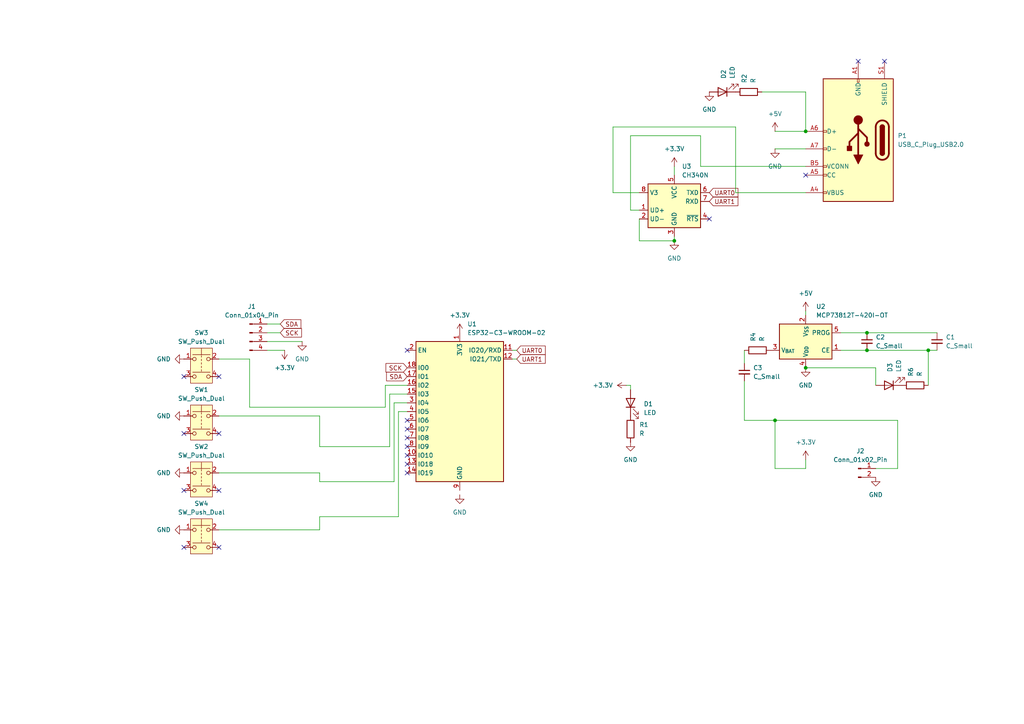
<source format=kicad_sch>
(kicad_sch
	(version 20231120)
	(generator "eeschema")
	(generator_version "8.0")
	(uuid "f742c2cf-b1f8-4eb7-8988-1e3474ee1659")
	(paper "A4")
	(lib_symbols
		(symbol "Battery_Management:MCP73812T-420I-OT"
			(exclude_from_sim no)
			(in_bom yes)
			(on_board yes)
			(property "Reference" "U"
				(at -6.35 6.35 0)
				(effects
					(font
						(size 1.27 1.27)
					)
				)
			)
			(property "Value" "MCP73812T-420I-OT"
				(at 1.27 6.35 0)
				(effects
					(font
						(size 1.27 1.27)
					)
					(justify left)
				)
			)
			(property "Footprint" "Package_TO_SOT_SMD:SOT-23-5"
				(at 1.27 -6.35 0)
				(effects
					(font
						(size 1.27 1.27)
					)
					(justify left)
					(hide yes)
				)
			)
			(property "Datasheet" "http://ww1.microchip.com/downloads/en/DeviceDoc/22036b.pdf"
				(at -6.35 6.35 0)
				(effects
					(font
						(size 1.27 1.27)
					)
					(hide yes)
				)
			)
			(property "Description" "Simple, Miniature Single-Cell, Fully Integrated Li-Ion / Li-Polymer Charge Management Controllers, 50mA-500mA, 4.2V, SOT23-5"
				(at 0 0 0)
				(effects
					(font
						(size 1.27 1.27)
					)
					(hide yes)
				)
			)
			(property "ki_keywords" "Lithium-Ion Battery Charger"
				(at 0 0 0)
				(effects
					(font
						(size 1.27 1.27)
					)
					(hide yes)
				)
			)
			(property "ki_fp_filters" "SOT?23*"
				(at 0 0 0)
				(effects
					(font
						(size 1.27 1.27)
					)
					(hide yes)
				)
			)
			(symbol "MCP73812T-420I-OT_0_1"
				(rectangle
					(start -7.62 5.08)
					(end 7.62 -5.08)
					(stroke
						(width 0.254)
						(type default)
					)
					(fill
						(type background)
					)
				)
			)
			(symbol "MCP73812T-420I-OT_1_1"
				(pin input line
					(at -10.16 2.54 0)
					(length 2.54)
					(name "CE"
						(effects
							(font
								(size 1.27 1.27)
							)
						)
					)
					(number "1"
						(effects
							(font
								(size 1.27 1.27)
							)
						)
					)
				)
				(pin power_in line
					(at 0 -7.62 90)
					(length 2.54)
					(name "V_{SS}"
						(effects
							(font
								(size 1.27 1.27)
							)
						)
					)
					(number "2"
						(effects
							(font
								(size 1.27 1.27)
							)
						)
					)
				)
				(pin power_out line
					(at 10.16 2.54 180)
					(length 2.54)
					(name "V_{BAT}"
						(effects
							(font
								(size 1.27 1.27)
							)
						)
					)
					(number "3"
						(effects
							(font
								(size 1.27 1.27)
							)
						)
					)
				)
				(pin power_in line
					(at 0 7.62 270)
					(length 2.54)
					(name "V_{DD}"
						(effects
							(font
								(size 1.27 1.27)
							)
						)
					)
					(number "4"
						(effects
							(font
								(size 1.27 1.27)
							)
						)
					)
				)
				(pin input line
					(at -10.16 -2.54 0)
					(length 2.54)
					(name "PROG"
						(effects
							(font
								(size 1.27 1.27)
							)
						)
					)
					(number "5"
						(effects
							(font
								(size 1.27 1.27)
							)
						)
					)
				)
			)
		)
		(symbol "Connector:Conn_01x02_Pin"
			(pin_names
				(offset 1.016) hide)
			(exclude_from_sim no)
			(in_bom yes)
			(on_board yes)
			(property "Reference" "J"
				(at 0 2.54 0)
				(effects
					(font
						(size 1.27 1.27)
					)
				)
			)
			(property "Value" "Conn_01x02_Pin"
				(at 0 -5.08 0)
				(effects
					(font
						(size 1.27 1.27)
					)
				)
			)
			(property "Footprint" ""
				(at 0 0 0)
				(effects
					(font
						(size 1.27 1.27)
					)
					(hide yes)
				)
			)
			(property "Datasheet" "~"
				(at 0 0 0)
				(effects
					(font
						(size 1.27 1.27)
					)
					(hide yes)
				)
			)
			(property "Description" "Generic connector, single row, 01x02, script generated"
				(at 0 0 0)
				(effects
					(font
						(size 1.27 1.27)
					)
					(hide yes)
				)
			)
			(property "ki_locked" ""
				(at 0 0 0)
				(effects
					(font
						(size 1.27 1.27)
					)
				)
			)
			(property "ki_keywords" "connector"
				(at 0 0 0)
				(effects
					(font
						(size 1.27 1.27)
					)
					(hide yes)
				)
			)
			(property "ki_fp_filters" "Connector*:*_1x??_*"
				(at 0 0 0)
				(effects
					(font
						(size 1.27 1.27)
					)
					(hide yes)
				)
			)
			(symbol "Conn_01x02_Pin_1_1"
				(polyline
					(pts
						(xy 1.27 -2.54) (xy 0.8636 -2.54)
					)
					(stroke
						(width 0.1524)
						(type default)
					)
					(fill
						(type none)
					)
				)
				(polyline
					(pts
						(xy 1.27 0) (xy 0.8636 0)
					)
					(stroke
						(width 0.1524)
						(type default)
					)
					(fill
						(type none)
					)
				)
				(rectangle
					(start 0.8636 -2.413)
					(end 0 -2.667)
					(stroke
						(width 0.1524)
						(type default)
					)
					(fill
						(type outline)
					)
				)
				(rectangle
					(start 0.8636 0.127)
					(end 0 -0.127)
					(stroke
						(width 0.1524)
						(type default)
					)
					(fill
						(type outline)
					)
				)
				(pin passive line
					(at 5.08 0 180)
					(length 3.81)
					(name "Pin_1"
						(effects
							(font
								(size 1.27 1.27)
							)
						)
					)
					(number "1"
						(effects
							(font
								(size 1.27 1.27)
							)
						)
					)
				)
				(pin passive line
					(at 5.08 -2.54 180)
					(length 3.81)
					(name "Pin_2"
						(effects
							(font
								(size 1.27 1.27)
							)
						)
					)
					(number "2"
						(effects
							(font
								(size 1.27 1.27)
							)
						)
					)
				)
			)
		)
		(symbol "Connector:Conn_01x04_Pin"
			(pin_names
				(offset 1.016) hide)
			(exclude_from_sim no)
			(in_bom yes)
			(on_board yes)
			(property "Reference" "J"
				(at 0 5.08 0)
				(effects
					(font
						(size 1.27 1.27)
					)
				)
			)
			(property "Value" "Conn_01x04_Pin"
				(at 0 -7.62 0)
				(effects
					(font
						(size 1.27 1.27)
					)
				)
			)
			(property "Footprint" ""
				(at 0 0 0)
				(effects
					(font
						(size 1.27 1.27)
					)
					(hide yes)
				)
			)
			(property "Datasheet" "~"
				(at 0 0 0)
				(effects
					(font
						(size 1.27 1.27)
					)
					(hide yes)
				)
			)
			(property "Description" "Generic connector, single row, 01x04, script generated"
				(at 0 0 0)
				(effects
					(font
						(size 1.27 1.27)
					)
					(hide yes)
				)
			)
			(property "ki_locked" ""
				(at 0 0 0)
				(effects
					(font
						(size 1.27 1.27)
					)
				)
			)
			(property "ki_keywords" "connector"
				(at 0 0 0)
				(effects
					(font
						(size 1.27 1.27)
					)
					(hide yes)
				)
			)
			(property "ki_fp_filters" "Connector*:*_1x??_*"
				(at 0 0 0)
				(effects
					(font
						(size 1.27 1.27)
					)
					(hide yes)
				)
			)
			(symbol "Conn_01x04_Pin_1_1"
				(polyline
					(pts
						(xy 1.27 -5.08) (xy 0.8636 -5.08)
					)
					(stroke
						(width 0.1524)
						(type default)
					)
					(fill
						(type none)
					)
				)
				(polyline
					(pts
						(xy 1.27 -2.54) (xy 0.8636 -2.54)
					)
					(stroke
						(width 0.1524)
						(type default)
					)
					(fill
						(type none)
					)
				)
				(polyline
					(pts
						(xy 1.27 0) (xy 0.8636 0)
					)
					(stroke
						(width 0.1524)
						(type default)
					)
					(fill
						(type none)
					)
				)
				(polyline
					(pts
						(xy 1.27 2.54) (xy 0.8636 2.54)
					)
					(stroke
						(width 0.1524)
						(type default)
					)
					(fill
						(type none)
					)
				)
				(rectangle
					(start 0.8636 -4.953)
					(end 0 -5.207)
					(stroke
						(width 0.1524)
						(type default)
					)
					(fill
						(type outline)
					)
				)
				(rectangle
					(start 0.8636 -2.413)
					(end 0 -2.667)
					(stroke
						(width 0.1524)
						(type default)
					)
					(fill
						(type outline)
					)
				)
				(rectangle
					(start 0.8636 0.127)
					(end 0 -0.127)
					(stroke
						(width 0.1524)
						(type default)
					)
					(fill
						(type outline)
					)
				)
				(rectangle
					(start 0.8636 2.667)
					(end 0 2.413)
					(stroke
						(width 0.1524)
						(type default)
					)
					(fill
						(type outline)
					)
				)
				(pin passive line
					(at 5.08 2.54 180)
					(length 3.81)
					(name "Pin_1"
						(effects
							(font
								(size 1.27 1.27)
							)
						)
					)
					(number "1"
						(effects
							(font
								(size 1.27 1.27)
							)
						)
					)
				)
				(pin passive line
					(at 5.08 0 180)
					(length 3.81)
					(name "Pin_2"
						(effects
							(font
								(size 1.27 1.27)
							)
						)
					)
					(number "2"
						(effects
							(font
								(size 1.27 1.27)
							)
						)
					)
				)
				(pin passive line
					(at 5.08 -2.54 180)
					(length 3.81)
					(name "Pin_3"
						(effects
							(font
								(size 1.27 1.27)
							)
						)
					)
					(number "3"
						(effects
							(font
								(size 1.27 1.27)
							)
						)
					)
				)
				(pin passive line
					(at 5.08 -5.08 180)
					(length 3.81)
					(name "Pin_4"
						(effects
							(font
								(size 1.27 1.27)
							)
						)
					)
					(number "4"
						(effects
							(font
								(size 1.27 1.27)
							)
						)
					)
				)
			)
		)
		(symbol "Connector:USB_C_Plug_USB2.0"
			(pin_names
				(offset 1.016)
			)
			(exclude_from_sim no)
			(in_bom yes)
			(on_board yes)
			(property "Reference" "P"
				(at -10.16 19.05 0)
				(effects
					(font
						(size 1.27 1.27)
					)
					(justify left)
				)
			)
			(property "Value" "USB_C_Plug_USB2.0"
				(at 12.7 19.05 0)
				(effects
					(font
						(size 1.27 1.27)
					)
					(justify right)
				)
			)
			(property "Footprint" ""
				(at 3.81 0 0)
				(effects
					(font
						(size 1.27 1.27)
					)
					(hide yes)
				)
			)
			(property "Datasheet" "https://www.usb.org/sites/default/files/documents/usb_type-c.zip"
				(at 3.81 0 0)
				(effects
					(font
						(size 1.27 1.27)
					)
					(hide yes)
				)
			)
			(property "Description" "USB 2.0-only Type-C Plug connector"
				(at 0 0 0)
				(effects
					(font
						(size 1.27 1.27)
					)
					(hide yes)
				)
			)
			(property "ki_keywords" "usb universal serial bus type-C USB2.0"
				(at 0 0 0)
				(effects
					(font
						(size 1.27 1.27)
					)
					(hide yes)
				)
			)
			(property "ki_fp_filters" "USB*C*Plug*"
				(at 0 0 0)
				(effects
					(font
						(size 1.27 1.27)
					)
					(hide yes)
				)
			)
			(symbol "USB_C_Plug_USB2.0_0_0"
				(rectangle
					(start -0.254 -17.78)
					(end 0.254 -16.764)
					(stroke
						(width 0)
						(type default)
					)
					(fill
						(type none)
					)
				)
				(rectangle
					(start 10.16 -2.286)
					(end 9.144 -2.794)
					(stroke
						(width 0)
						(type default)
					)
					(fill
						(type none)
					)
				)
				(rectangle
					(start 10.16 2.794)
					(end 9.144 2.286)
					(stroke
						(width 0)
						(type default)
					)
					(fill
						(type none)
					)
				)
				(rectangle
					(start 10.16 7.874)
					(end 9.144 7.366)
					(stroke
						(width 0)
						(type default)
					)
					(fill
						(type none)
					)
				)
				(rectangle
					(start 10.16 10.414)
					(end 9.144 9.906)
					(stroke
						(width 0)
						(type default)
					)
					(fill
						(type none)
					)
				)
				(rectangle
					(start 10.16 15.494)
					(end 9.144 14.986)
					(stroke
						(width 0)
						(type default)
					)
					(fill
						(type none)
					)
				)
			)
			(symbol "USB_C_Plug_USB2.0_0_1"
				(rectangle
					(start -10.16 17.78)
					(end 10.16 -17.78)
					(stroke
						(width 0.254)
						(type default)
					)
					(fill
						(type background)
					)
				)
				(arc
					(start -8.89 -3.81)
					(mid -6.985 -5.7067)
					(end -5.08 -3.81)
					(stroke
						(width 0.508)
						(type default)
					)
					(fill
						(type none)
					)
				)
				(arc
					(start -7.62 -3.81)
					(mid -6.985 -4.4423)
					(end -6.35 -3.81)
					(stroke
						(width 0.254)
						(type default)
					)
					(fill
						(type none)
					)
				)
				(arc
					(start -7.62 -3.81)
					(mid -6.985 -4.4423)
					(end -6.35 -3.81)
					(stroke
						(width 0.254)
						(type default)
					)
					(fill
						(type outline)
					)
				)
				(rectangle
					(start -7.62 -3.81)
					(end -6.35 3.81)
					(stroke
						(width 0.254)
						(type default)
					)
					(fill
						(type outline)
					)
				)
				(arc
					(start -6.35 3.81)
					(mid -6.985 4.4423)
					(end -7.62 3.81)
					(stroke
						(width 0.254)
						(type default)
					)
					(fill
						(type none)
					)
				)
				(arc
					(start -6.35 3.81)
					(mid -6.985 4.4423)
					(end -7.62 3.81)
					(stroke
						(width 0.254)
						(type default)
					)
					(fill
						(type outline)
					)
				)
				(arc
					(start -5.08 3.81)
					(mid -6.985 5.7067)
					(end -8.89 3.81)
					(stroke
						(width 0.508)
						(type default)
					)
					(fill
						(type none)
					)
				)
				(circle
					(center -2.54 1.143)
					(radius 0.635)
					(stroke
						(width 0.254)
						(type default)
					)
					(fill
						(type outline)
					)
				)
				(circle
					(center 0 -5.842)
					(radius 1.27)
					(stroke
						(width 0)
						(type default)
					)
					(fill
						(type outline)
					)
				)
				(polyline
					(pts
						(xy -8.89 -3.81) (xy -8.89 3.81)
					)
					(stroke
						(width 0.508)
						(type default)
					)
					(fill
						(type none)
					)
				)
				(polyline
					(pts
						(xy -5.08 3.81) (xy -5.08 -3.81)
					)
					(stroke
						(width 0.508)
						(type default)
					)
					(fill
						(type none)
					)
				)
				(polyline
					(pts
						(xy 0 -5.842) (xy 0 4.318)
					)
					(stroke
						(width 0.508)
						(type default)
					)
					(fill
						(type none)
					)
				)
				(polyline
					(pts
						(xy 0 -3.302) (xy -2.54 -0.762) (xy -2.54 0.508)
					)
					(stroke
						(width 0.508)
						(type default)
					)
					(fill
						(type none)
					)
				)
				(polyline
					(pts
						(xy 0 -2.032) (xy 2.54 0.508) (xy 2.54 1.778)
					)
					(stroke
						(width 0.508)
						(type default)
					)
					(fill
						(type none)
					)
				)
				(polyline
					(pts
						(xy -1.27 4.318) (xy 0 6.858) (xy 1.27 4.318) (xy -1.27 4.318)
					)
					(stroke
						(width 0.254)
						(type default)
					)
					(fill
						(type outline)
					)
				)
				(rectangle
					(start 1.905 1.778)
					(end 3.175 3.048)
					(stroke
						(width 0.254)
						(type default)
					)
					(fill
						(type outline)
					)
				)
			)
			(symbol "USB_C_Plug_USB2.0_1_1"
				(pin passive line
					(at 0 -22.86 90)
					(length 5.08)
					(name "GND"
						(effects
							(font
								(size 1.27 1.27)
							)
						)
					)
					(number "A1"
						(effects
							(font
								(size 1.27 1.27)
							)
						)
					)
				)
				(pin passive line
					(at 0 -22.86 90)
					(length 5.08) hide
					(name "GND"
						(effects
							(font
								(size 1.27 1.27)
							)
						)
					)
					(number "A12"
						(effects
							(font
								(size 1.27 1.27)
							)
						)
					)
				)
				(pin passive line
					(at 15.24 15.24 180)
					(length 5.08)
					(name "VBUS"
						(effects
							(font
								(size 1.27 1.27)
							)
						)
					)
					(number "A4"
						(effects
							(font
								(size 1.27 1.27)
							)
						)
					)
				)
				(pin bidirectional line
					(at 15.24 10.16 180)
					(length 5.08)
					(name "CC"
						(effects
							(font
								(size 1.27 1.27)
							)
						)
					)
					(number "A5"
						(effects
							(font
								(size 1.27 1.27)
							)
						)
					)
				)
				(pin bidirectional line
					(at 15.24 -2.54 180)
					(length 5.08)
					(name "D+"
						(effects
							(font
								(size 1.27 1.27)
							)
						)
					)
					(number "A6"
						(effects
							(font
								(size 1.27 1.27)
							)
						)
					)
				)
				(pin bidirectional line
					(at 15.24 2.54 180)
					(length 5.08)
					(name "D-"
						(effects
							(font
								(size 1.27 1.27)
							)
						)
					)
					(number "A7"
						(effects
							(font
								(size 1.27 1.27)
							)
						)
					)
				)
				(pin passive line
					(at 15.24 15.24 180)
					(length 5.08) hide
					(name "VBUS"
						(effects
							(font
								(size 1.27 1.27)
							)
						)
					)
					(number "A9"
						(effects
							(font
								(size 1.27 1.27)
							)
						)
					)
				)
				(pin passive line
					(at 0 -22.86 90)
					(length 5.08) hide
					(name "GND"
						(effects
							(font
								(size 1.27 1.27)
							)
						)
					)
					(number "B1"
						(effects
							(font
								(size 1.27 1.27)
							)
						)
					)
				)
				(pin passive line
					(at 0 -22.86 90)
					(length 5.08) hide
					(name "GND"
						(effects
							(font
								(size 1.27 1.27)
							)
						)
					)
					(number "B12"
						(effects
							(font
								(size 1.27 1.27)
							)
						)
					)
				)
				(pin passive line
					(at 15.24 15.24 180)
					(length 5.08) hide
					(name "VBUS"
						(effects
							(font
								(size 1.27 1.27)
							)
						)
					)
					(number "B4"
						(effects
							(font
								(size 1.27 1.27)
							)
						)
					)
				)
				(pin bidirectional line
					(at 15.24 7.62 180)
					(length 5.08)
					(name "VCONN"
						(effects
							(font
								(size 1.27 1.27)
							)
						)
					)
					(number "B5"
						(effects
							(font
								(size 1.27 1.27)
							)
						)
					)
				)
				(pin passive line
					(at 15.24 15.24 180)
					(length 5.08) hide
					(name "VBUS"
						(effects
							(font
								(size 1.27 1.27)
							)
						)
					)
					(number "B9"
						(effects
							(font
								(size 1.27 1.27)
							)
						)
					)
				)
				(pin passive line
					(at -7.62 -22.86 90)
					(length 5.08)
					(name "SHIELD"
						(effects
							(font
								(size 1.27 1.27)
							)
						)
					)
					(number "S1"
						(effects
							(font
								(size 1.27 1.27)
							)
						)
					)
				)
			)
		)
		(symbol "Device:C_Small"
			(pin_numbers hide)
			(pin_names
				(offset 0.254) hide)
			(exclude_from_sim no)
			(in_bom yes)
			(on_board yes)
			(property "Reference" "C"
				(at 0.254 1.778 0)
				(effects
					(font
						(size 1.27 1.27)
					)
					(justify left)
				)
			)
			(property "Value" "C_Small"
				(at 0.254 -2.032 0)
				(effects
					(font
						(size 1.27 1.27)
					)
					(justify left)
				)
			)
			(property "Footprint" ""
				(at 0 0 0)
				(effects
					(font
						(size 1.27 1.27)
					)
					(hide yes)
				)
			)
			(property "Datasheet" "~"
				(at 0 0 0)
				(effects
					(font
						(size 1.27 1.27)
					)
					(hide yes)
				)
			)
			(property "Description" "Unpolarized capacitor, small symbol"
				(at 0 0 0)
				(effects
					(font
						(size 1.27 1.27)
					)
					(hide yes)
				)
			)
			(property "ki_keywords" "capacitor cap"
				(at 0 0 0)
				(effects
					(font
						(size 1.27 1.27)
					)
					(hide yes)
				)
			)
			(property "ki_fp_filters" "C_*"
				(at 0 0 0)
				(effects
					(font
						(size 1.27 1.27)
					)
					(hide yes)
				)
			)
			(symbol "C_Small_0_1"
				(polyline
					(pts
						(xy -1.524 -0.508) (xy 1.524 -0.508)
					)
					(stroke
						(width 0.3302)
						(type default)
					)
					(fill
						(type none)
					)
				)
				(polyline
					(pts
						(xy -1.524 0.508) (xy 1.524 0.508)
					)
					(stroke
						(width 0.3048)
						(type default)
					)
					(fill
						(type none)
					)
				)
			)
			(symbol "C_Small_1_1"
				(pin passive line
					(at 0 2.54 270)
					(length 2.032)
					(name "~"
						(effects
							(font
								(size 1.27 1.27)
							)
						)
					)
					(number "1"
						(effects
							(font
								(size 1.27 1.27)
							)
						)
					)
				)
				(pin passive line
					(at 0 -2.54 90)
					(length 2.032)
					(name "~"
						(effects
							(font
								(size 1.27 1.27)
							)
						)
					)
					(number "2"
						(effects
							(font
								(size 1.27 1.27)
							)
						)
					)
				)
			)
		)
		(symbol "Device:LED"
			(pin_numbers hide)
			(pin_names
				(offset 1.016) hide)
			(exclude_from_sim no)
			(in_bom yes)
			(on_board yes)
			(property "Reference" "D"
				(at 0 2.54 0)
				(effects
					(font
						(size 1.27 1.27)
					)
				)
			)
			(property "Value" "LED"
				(at 0 -2.54 0)
				(effects
					(font
						(size 1.27 1.27)
					)
				)
			)
			(property "Footprint" ""
				(at 0 0 0)
				(effects
					(font
						(size 1.27 1.27)
					)
					(hide yes)
				)
			)
			(property "Datasheet" "~"
				(at 0 0 0)
				(effects
					(font
						(size 1.27 1.27)
					)
					(hide yes)
				)
			)
			(property "Description" "Light emitting diode"
				(at 0 0 0)
				(effects
					(font
						(size 1.27 1.27)
					)
					(hide yes)
				)
			)
			(property "ki_keywords" "LED diode"
				(at 0 0 0)
				(effects
					(font
						(size 1.27 1.27)
					)
					(hide yes)
				)
			)
			(property "ki_fp_filters" "LED* LED_SMD:* LED_THT:*"
				(at 0 0 0)
				(effects
					(font
						(size 1.27 1.27)
					)
					(hide yes)
				)
			)
			(symbol "LED_0_1"
				(polyline
					(pts
						(xy -1.27 -1.27) (xy -1.27 1.27)
					)
					(stroke
						(width 0.254)
						(type default)
					)
					(fill
						(type none)
					)
				)
				(polyline
					(pts
						(xy -1.27 0) (xy 1.27 0)
					)
					(stroke
						(width 0)
						(type default)
					)
					(fill
						(type none)
					)
				)
				(polyline
					(pts
						(xy 1.27 -1.27) (xy 1.27 1.27) (xy -1.27 0) (xy 1.27 -1.27)
					)
					(stroke
						(width 0.254)
						(type default)
					)
					(fill
						(type none)
					)
				)
				(polyline
					(pts
						(xy -3.048 -0.762) (xy -4.572 -2.286) (xy -3.81 -2.286) (xy -4.572 -2.286) (xy -4.572 -1.524)
					)
					(stroke
						(width 0)
						(type default)
					)
					(fill
						(type none)
					)
				)
				(polyline
					(pts
						(xy -1.778 -0.762) (xy -3.302 -2.286) (xy -2.54 -2.286) (xy -3.302 -2.286) (xy -3.302 -1.524)
					)
					(stroke
						(width 0)
						(type default)
					)
					(fill
						(type none)
					)
				)
			)
			(symbol "LED_1_1"
				(pin passive line
					(at -3.81 0 0)
					(length 2.54)
					(name "K"
						(effects
							(font
								(size 1.27 1.27)
							)
						)
					)
					(number "1"
						(effects
							(font
								(size 1.27 1.27)
							)
						)
					)
				)
				(pin passive line
					(at 3.81 0 180)
					(length 2.54)
					(name "A"
						(effects
							(font
								(size 1.27 1.27)
							)
						)
					)
					(number "2"
						(effects
							(font
								(size 1.27 1.27)
							)
						)
					)
				)
			)
		)
		(symbol "Device:R"
			(pin_numbers hide)
			(pin_names
				(offset 0)
			)
			(exclude_from_sim no)
			(in_bom yes)
			(on_board yes)
			(property "Reference" "R"
				(at 2.032 0 90)
				(effects
					(font
						(size 1.27 1.27)
					)
				)
			)
			(property "Value" "R"
				(at 0 0 90)
				(effects
					(font
						(size 1.27 1.27)
					)
				)
			)
			(property "Footprint" ""
				(at -1.778 0 90)
				(effects
					(font
						(size 1.27 1.27)
					)
					(hide yes)
				)
			)
			(property "Datasheet" "~"
				(at 0 0 0)
				(effects
					(font
						(size 1.27 1.27)
					)
					(hide yes)
				)
			)
			(property "Description" "Resistor"
				(at 0 0 0)
				(effects
					(font
						(size 1.27 1.27)
					)
					(hide yes)
				)
			)
			(property "ki_keywords" "R res resistor"
				(at 0 0 0)
				(effects
					(font
						(size 1.27 1.27)
					)
					(hide yes)
				)
			)
			(property "ki_fp_filters" "R_*"
				(at 0 0 0)
				(effects
					(font
						(size 1.27 1.27)
					)
					(hide yes)
				)
			)
			(symbol "R_0_1"
				(rectangle
					(start -1.016 -2.54)
					(end 1.016 2.54)
					(stroke
						(width 0.254)
						(type default)
					)
					(fill
						(type none)
					)
				)
			)
			(symbol "R_1_1"
				(pin passive line
					(at 0 3.81 270)
					(length 1.27)
					(name "~"
						(effects
							(font
								(size 1.27 1.27)
							)
						)
					)
					(number "1"
						(effects
							(font
								(size 1.27 1.27)
							)
						)
					)
				)
				(pin passive line
					(at 0 -3.81 90)
					(length 1.27)
					(name "~"
						(effects
							(font
								(size 1.27 1.27)
							)
						)
					)
					(number "2"
						(effects
							(font
								(size 1.27 1.27)
							)
						)
					)
				)
			)
		)
		(symbol "Interface_USB:CH340N"
			(exclude_from_sim no)
			(in_bom yes)
			(on_board yes)
			(property "Reference" "U"
				(at -7.62 6.35 0)
				(effects
					(font
						(size 1.27 1.27)
					)
					(justify left)
				)
			)
			(property "Value" "CH340N"
				(at 7.62 6.35 0)
				(effects
					(font
						(size 1.27 1.27)
					)
					(justify right)
				)
			)
			(property "Footprint" "Package_SO:SOP-8_3.9x4.9mm_P1.27mm"
				(at -3.81 19.05 0)
				(effects
					(font
						(size 1.27 1.27)
					)
					(hide yes)
				)
			)
			(property "Datasheet" "https://aitendo3.sakura.ne.jp/aitendo_data/product_img/ic/inteface/CH340N/ch340n.pdf"
				(at -2.54 5.08 0)
				(effects
					(font
						(size 1.27 1.27)
					)
					(hide yes)
				)
			)
			(property "Description" "USB serial converter, 2Mbps, UART, SOP-8"
				(at 0 0 0)
				(effects
					(font
						(size 1.27 1.27)
					)
					(hide yes)
				)
			)
			(property "ki_keywords" "USB UART Serial Converter Interface"
				(at 0 0 0)
				(effects
					(font
						(size 1.27 1.27)
					)
					(hide yes)
				)
			)
			(property "ki_fp_filters" "SOP*3.9x4.9mm*P1.27mm*"
				(at 0 0 0)
				(effects
					(font
						(size 1.27 1.27)
					)
					(hide yes)
				)
			)
			(symbol "CH340N_0_1"
				(rectangle
					(start -7.62 5.08)
					(end 7.62 -7.62)
					(stroke
						(width 0.254)
						(type default)
					)
					(fill
						(type background)
					)
				)
			)
			(symbol "CH340N_1_1"
				(pin bidirectional line
					(at -10.16 -2.54 0)
					(length 2.54)
					(name "UD+"
						(effects
							(font
								(size 1.27 1.27)
							)
						)
					)
					(number "1"
						(effects
							(font
								(size 1.27 1.27)
							)
						)
					)
				)
				(pin bidirectional line
					(at -10.16 -5.08 0)
					(length 2.54)
					(name "UD-"
						(effects
							(font
								(size 1.27 1.27)
							)
						)
					)
					(number "2"
						(effects
							(font
								(size 1.27 1.27)
							)
						)
					)
				)
				(pin power_in line
					(at 0 -10.16 90)
					(length 2.54)
					(name "GND"
						(effects
							(font
								(size 1.27 1.27)
							)
						)
					)
					(number "3"
						(effects
							(font
								(size 1.27 1.27)
							)
						)
					)
				)
				(pin output line
					(at 10.16 -5.08 180)
					(length 2.54)
					(name "~{RTS}"
						(effects
							(font
								(size 1.27 1.27)
							)
						)
					)
					(number "4"
						(effects
							(font
								(size 1.27 1.27)
							)
						)
					)
				)
				(pin power_in line
					(at 0 7.62 270)
					(length 2.54)
					(name "VCC"
						(effects
							(font
								(size 1.27 1.27)
							)
						)
					)
					(number "5"
						(effects
							(font
								(size 1.27 1.27)
							)
						)
					)
				)
				(pin output line
					(at 10.16 2.54 180)
					(length 2.54)
					(name "TXD"
						(effects
							(font
								(size 1.27 1.27)
							)
						)
					)
					(number "6"
						(effects
							(font
								(size 1.27 1.27)
							)
						)
					)
				)
				(pin input line
					(at 10.16 0 180)
					(length 2.54)
					(name "RXD"
						(effects
							(font
								(size 1.27 1.27)
							)
						)
					)
					(number "7"
						(effects
							(font
								(size 1.27 1.27)
							)
						)
					)
				)
				(pin passive line
					(at -10.16 2.54 0)
					(length 2.54)
					(name "V3"
						(effects
							(font
								(size 1.27 1.27)
							)
						)
					)
					(number "8"
						(effects
							(font
								(size 1.27 1.27)
							)
						)
					)
				)
			)
		)
		(symbol "RF_Module:ESP32-C3-WROOM-02"
			(exclude_from_sim no)
			(in_bom yes)
			(on_board yes)
			(property "Reference" "U"
				(at -12.192 21.336 0)
				(effects
					(font
						(size 1.27 1.27)
					)
				)
			)
			(property "Value" "ESP32-C3-WROOM-02"
				(at 12.192 21.336 0)
				(effects
					(font
						(size 1.27 1.27)
					)
				)
			)
			(property "Footprint" "RF_Module:ESP32-C3-WROOM-02"
				(at 0 0.635 0)
				(effects
					(font
						(size 1.27 1.27)
					)
					(hide yes)
				)
			)
			(property "Datasheet" "https://www.espressif.com/sites/default/files/documentation/esp32-c3-wroom-02_datasheet_en.pdf"
				(at 0 0.635 0)
				(effects
					(font
						(size 1.27 1.27)
					)
					(hide yes)
				)
			)
			(property "Description" "802.11 b/g/n Wi­Fi and Bluetooth 5 module, ESP32­C3 SoC, RISC­V microprocessor, On-board antenna"
				(at 0 0.635 0)
				(effects
					(font
						(size 1.27 1.27)
					)
					(hide yes)
				)
			)
			(property "ki_keywords" "esp32 espressif WiFi Bluetooth LE"
				(at 0 0 0)
				(effects
					(font
						(size 1.27 1.27)
					)
					(hide yes)
				)
			)
			(property "ki_fp_filters" "ESP32?C3*WROOM?02*"
				(at 0 0 0)
				(effects
					(font
						(size 1.27 1.27)
					)
					(hide yes)
				)
			)
			(symbol "ESP32-C3-WROOM-02_1_1"
				(rectangle
					(start -12.7 20.32)
					(end 12.7 -20.32)
					(stroke
						(width 0.254)
						(type default)
					)
					(fill
						(type background)
					)
				)
				(pin power_in line
					(at 0 22.86 270)
					(length 2.54)
					(name "3V3"
						(effects
							(font
								(size 1.27 1.27)
							)
						)
					)
					(number "1"
						(effects
							(font
								(size 1.27 1.27)
							)
						)
					)
				)
				(pin bidirectional line
					(at -15.24 -12.7 0)
					(length 2.54)
					(name "IO10"
						(effects
							(font
								(size 1.27 1.27)
							)
						)
					)
					(number "10"
						(effects
							(font
								(size 1.27 1.27)
							)
						)
					)
				)
				(pin bidirectional line
					(at 15.24 17.78 180)
					(length 2.54)
					(name "IO20/RXD"
						(effects
							(font
								(size 1.27 1.27)
							)
						)
					)
					(number "11"
						(effects
							(font
								(size 1.27 1.27)
							)
						)
					)
				)
				(pin bidirectional line
					(at 15.24 15.24 180)
					(length 2.54)
					(name "IO21/TXD"
						(effects
							(font
								(size 1.27 1.27)
							)
						)
					)
					(number "12"
						(effects
							(font
								(size 1.27 1.27)
							)
						)
					)
				)
				(pin bidirectional line
					(at -15.24 -15.24 0)
					(length 2.54)
					(name "IO18"
						(effects
							(font
								(size 1.27 1.27)
							)
						)
					)
					(number "13"
						(effects
							(font
								(size 1.27 1.27)
							)
						)
					)
				)
				(pin bidirectional line
					(at -15.24 -17.78 0)
					(length 2.54)
					(name "IO19"
						(effects
							(font
								(size 1.27 1.27)
							)
						)
					)
					(number "14"
						(effects
							(font
								(size 1.27 1.27)
							)
						)
					)
				)
				(pin bidirectional line
					(at -15.24 5.08 0)
					(length 2.54)
					(name "IO3"
						(effects
							(font
								(size 1.27 1.27)
							)
						)
					)
					(number "15"
						(effects
							(font
								(size 1.27 1.27)
							)
						)
					)
				)
				(pin bidirectional line
					(at -15.24 7.62 0)
					(length 2.54)
					(name "IO2"
						(effects
							(font
								(size 1.27 1.27)
							)
						)
					)
					(number "16"
						(effects
							(font
								(size 1.27 1.27)
							)
						)
					)
				)
				(pin bidirectional line
					(at -15.24 10.16 0)
					(length 2.54)
					(name "IO1"
						(effects
							(font
								(size 1.27 1.27)
							)
						)
					)
					(number "17"
						(effects
							(font
								(size 1.27 1.27)
							)
						)
					)
				)
				(pin bidirectional line
					(at -15.24 12.7 0)
					(length 2.54)
					(name "IO0"
						(effects
							(font
								(size 1.27 1.27)
							)
						)
					)
					(number "18"
						(effects
							(font
								(size 1.27 1.27)
							)
						)
					)
				)
				(pin passive line
					(at 0 -22.86 90)
					(length 2.54) hide
					(name "GND"
						(effects
							(font
								(size 1.27 1.27)
							)
						)
					)
					(number "19"
						(effects
							(font
								(size 1.27 1.27)
							)
						)
					)
				)
				(pin input line
					(at -15.24 17.78 0)
					(length 2.54)
					(name "EN"
						(effects
							(font
								(size 1.27 1.27)
							)
						)
					)
					(number "2"
						(effects
							(font
								(size 1.27 1.27)
							)
						)
					)
				)
				(pin bidirectional line
					(at -15.24 2.54 0)
					(length 2.54)
					(name "IO4"
						(effects
							(font
								(size 1.27 1.27)
							)
						)
					)
					(number "3"
						(effects
							(font
								(size 1.27 1.27)
							)
						)
					)
				)
				(pin bidirectional line
					(at -15.24 0 0)
					(length 2.54)
					(name "IO5"
						(effects
							(font
								(size 1.27 1.27)
							)
						)
					)
					(number "4"
						(effects
							(font
								(size 1.27 1.27)
							)
						)
					)
				)
				(pin bidirectional line
					(at -15.24 -2.54 0)
					(length 2.54)
					(name "IO6"
						(effects
							(font
								(size 1.27 1.27)
							)
						)
					)
					(number "5"
						(effects
							(font
								(size 1.27 1.27)
							)
						)
					)
				)
				(pin bidirectional line
					(at -15.24 -5.08 0)
					(length 2.54)
					(name "IO7"
						(effects
							(font
								(size 1.27 1.27)
							)
						)
					)
					(number "6"
						(effects
							(font
								(size 1.27 1.27)
							)
						)
					)
				)
				(pin bidirectional line
					(at -15.24 -7.62 0)
					(length 2.54)
					(name "IO8"
						(effects
							(font
								(size 1.27 1.27)
							)
						)
					)
					(number "7"
						(effects
							(font
								(size 1.27 1.27)
							)
						)
					)
				)
				(pin bidirectional line
					(at -15.24 -10.16 0)
					(length 2.54)
					(name "IO9"
						(effects
							(font
								(size 1.27 1.27)
							)
						)
					)
					(number "8"
						(effects
							(font
								(size 1.27 1.27)
							)
						)
					)
				)
				(pin power_in line
					(at 0 -22.86 90)
					(length 2.54)
					(name "GND"
						(effects
							(font
								(size 1.27 1.27)
							)
						)
					)
					(number "9"
						(effects
							(font
								(size 1.27 1.27)
							)
						)
					)
				)
			)
		)
		(symbol "Switch:SW_Push_Dual"
			(pin_names
				(offset 1.016) hide)
			(exclude_from_sim no)
			(in_bom yes)
			(on_board yes)
			(property "Reference" "SW"
				(at 0 7.62 0)
				(effects
					(font
						(size 1.27 1.27)
					)
				)
			)
			(property "Value" "SW_Push_Dual"
				(at 0 -6.35 0)
				(effects
					(font
						(size 1.27 1.27)
					)
				)
			)
			(property "Footprint" ""
				(at 0 7.62 0)
				(effects
					(font
						(size 1.27 1.27)
					)
					(hide yes)
				)
			)
			(property "Datasheet" "~"
				(at 0 0 0)
				(effects
					(font
						(size 1.27 1.27)
					)
					(hide yes)
				)
			)
			(property "Description" "Push button switch, generic, symbol, four pins"
				(at 0 0 0)
				(effects
					(font
						(size 1.27 1.27)
					)
					(hide yes)
				)
			)
			(property "ki_keywords" "switch normally-open pushbutton push-button"
				(at 0 0 0)
				(effects
					(font
						(size 1.27 1.27)
					)
					(hide yes)
				)
			)
			(symbol "SW_Push_Dual_0_1"
				(circle
					(center -2.032 -2.54)
					(radius 0.508)
					(stroke
						(width 0)
						(type default)
					)
					(fill
						(type none)
					)
				)
				(circle
					(center -2.032 2.54)
					(radius 0.508)
					(stroke
						(width 0)
						(type default)
					)
					(fill
						(type none)
					)
				)
				(polyline
					(pts
						(xy 0 -0.508) (xy 0 -1.016)
					)
					(stroke
						(width 0)
						(type default)
					)
					(fill
						(type none)
					)
				)
				(polyline
					(pts
						(xy 0 0.508) (xy 0 0)
					)
					(stroke
						(width 0)
						(type default)
					)
					(fill
						(type none)
					)
				)
				(polyline
					(pts
						(xy 0 1.016) (xy 0 1.524)
					)
					(stroke
						(width 0)
						(type default)
					)
					(fill
						(type none)
					)
				)
				(polyline
					(pts
						(xy 0 2.032) (xy 0 2.54)
					)
					(stroke
						(width 0)
						(type default)
					)
					(fill
						(type none)
					)
				)
				(polyline
					(pts
						(xy 0 3.048) (xy 0 3.556)
					)
					(stroke
						(width 0)
						(type default)
					)
					(fill
						(type none)
					)
				)
				(polyline
					(pts
						(xy 0 3.81) (xy 0 5.588)
					)
					(stroke
						(width 0)
						(type default)
					)
					(fill
						(type none)
					)
				)
				(polyline
					(pts
						(xy 2.54 -1.27) (xy -2.54 -1.27)
					)
					(stroke
						(width 0)
						(type default)
					)
					(fill
						(type none)
					)
				)
				(polyline
					(pts
						(xy 2.54 3.81) (xy -2.54 3.81)
					)
					(stroke
						(width 0)
						(type default)
					)
					(fill
						(type none)
					)
				)
				(circle
					(center 2.032 -2.54)
					(radius 0.508)
					(stroke
						(width 0)
						(type default)
					)
					(fill
						(type none)
					)
				)
				(circle
					(center 2.032 2.54)
					(radius 0.508)
					(stroke
						(width 0)
						(type default)
					)
					(fill
						(type none)
					)
				)
				(pin passive line
					(at -5.08 2.54 0)
					(length 2.54)
					(name "1"
						(effects
							(font
								(size 1.27 1.27)
							)
						)
					)
					(number "1"
						(effects
							(font
								(size 1.27 1.27)
							)
						)
					)
				)
				(pin passive line
					(at 5.08 2.54 180)
					(length 2.54)
					(name "2"
						(effects
							(font
								(size 1.27 1.27)
							)
						)
					)
					(number "2"
						(effects
							(font
								(size 1.27 1.27)
							)
						)
					)
				)
				(pin passive line
					(at -5.08 -2.54 0)
					(length 2.54)
					(name "3"
						(effects
							(font
								(size 1.27 1.27)
							)
						)
					)
					(number "3"
						(effects
							(font
								(size 1.27 1.27)
							)
						)
					)
				)
				(pin passive line
					(at 5.08 -2.54 180)
					(length 2.54)
					(name "4"
						(effects
							(font
								(size 1.27 1.27)
							)
						)
					)
					(number "4"
						(effects
							(font
								(size 1.27 1.27)
							)
						)
					)
				)
			)
			(symbol "SW_Push_Dual_1_1"
				(rectangle
					(start -3.175 5.715)
					(end 3.175 -4.445)
					(stroke
						(width 0)
						(type default)
					)
					(fill
						(type background)
					)
				)
			)
		)
		(symbol "power:+3.3V"
			(power)
			(pin_numbers hide)
			(pin_names
				(offset 0) hide)
			(exclude_from_sim no)
			(in_bom yes)
			(on_board yes)
			(property "Reference" "#PWR"
				(at 0 -3.81 0)
				(effects
					(font
						(size 1.27 1.27)
					)
					(hide yes)
				)
			)
			(property "Value" "+3.3V"
				(at 0 3.556 0)
				(effects
					(font
						(size 1.27 1.27)
					)
				)
			)
			(property "Footprint" ""
				(at 0 0 0)
				(effects
					(font
						(size 1.27 1.27)
					)
					(hide yes)
				)
			)
			(property "Datasheet" ""
				(at 0 0 0)
				(effects
					(font
						(size 1.27 1.27)
					)
					(hide yes)
				)
			)
			(property "Description" "Power symbol creates a global label with name \"+3.3V\""
				(at 0 0 0)
				(effects
					(font
						(size 1.27 1.27)
					)
					(hide yes)
				)
			)
			(property "ki_keywords" "global power"
				(at 0 0 0)
				(effects
					(font
						(size 1.27 1.27)
					)
					(hide yes)
				)
			)
			(symbol "+3.3V_0_1"
				(polyline
					(pts
						(xy -0.762 1.27) (xy 0 2.54)
					)
					(stroke
						(width 0)
						(type default)
					)
					(fill
						(type none)
					)
				)
				(polyline
					(pts
						(xy 0 0) (xy 0 2.54)
					)
					(stroke
						(width 0)
						(type default)
					)
					(fill
						(type none)
					)
				)
				(polyline
					(pts
						(xy 0 2.54) (xy 0.762 1.27)
					)
					(stroke
						(width 0)
						(type default)
					)
					(fill
						(type none)
					)
				)
			)
			(symbol "+3.3V_1_1"
				(pin power_in line
					(at 0 0 90)
					(length 0)
					(name "~"
						(effects
							(font
								(size 1.27 1.27)
							)
						)
					)
					(number "1"
						(effects
							(font
								(size 1.27 1.27)
							)
						)
					)
				)
			)
		)
		(symbol "power:+5V"
			(power)
			(pin_numbers hide)
			(pin_names
				(offset 0) hide)
			(exclude_from_sim no)
			(in_bom yes)
			(on_board yes)
			(property "Reference" "#PWR"
				(at 0 -3.81 0)
				(effects
					(font
						(size 1.27 1.27)
					)
					(hide yes)
				)
			)
			(property "Value" "+5V"
				(at 0 3.556 0)
				(effects
					(font
						(size 1.27 1.27)
					)
				)
			)
			(property "Footprint" ""
				(at 0 0 0)
				(effects
					(font
						(size 1.27 1.27)
					)
					(hide yes)
				)
			)
			(property "Datasheet" ""
				(at 0 0 0)
				(effects
					(font
						(size 1.27 1.27)
					)
					(hide yes)
				)
			)
			(property "Description" "Power symbol creates a global label with name \"+5V\""
				(at 0 0 0)
				(effects
					(font
						(size 1.27 1.27)
					)
					(hide yes)
				)
			)
			(property "ki_keywords" "global power"
				(at 0 0 0)
				(effects
					(font
						(size 1.27 1.27)
					)
					(hide yes)
				)
			)
			(symbol "+5V_0_1"
				(polyline
					(pts
						(xy -0.762 1.27) (xy 0 2.54)
					)
					(stroke
						(width 0)
						(type default)
					)
					(fill
						(type none)
					)
				)
				(polyline
					(pts
						(xy 0 0) (xy 0 2.54)
					)
					(stroke
						(width 0)
						(type default)
					)
					(fill
						(type none)
					)
				)
				(polyline
					(pts
						(xy 0 2.54) (xy 0.762 1.27)
					)
					(stroke
						(width 0)
						(type default)
					)
					(fill
						(type none)
					)
				)
			)
			(symbol "+5V_1_1"
				(pin power_in line
					(at 0 0 90)
					(length 0)
					(name "~"
						(effects
							(font
								(size 1.27 1.27)
							)
						)
					)
					(number "1"
						(effects
							(font
								(size 1.27 1.27)
							)
						)
					)
				)
			)
		)
		(symbol "power:GND"
			(power)
			(pin_numbers hide)
			(pin_names
				(offset 0) hide)
			(exclude_from_sim no)
			(in_bom yes)
			(on_board yes)
			(property "Reference" "#PWR"
				(at 0 -6.35 0)
				(effects
					(font
						(size 1.27 1.27)
					)
					(hide yes)
				)
			)
			(property "Value" "GND"
				(at 0 -3.81 0)
				(effects
					(font
						(size 1.27 1.27)
					)
				)
			)
			(property "Footprint" ""
				(at 0 0 0)
				(effects
					(font
						(size 1.27 1.27)
					)
					(hide yes)
				)
			)
			(property "Datasheet" ""
				(at 0 0 0)
				(effects
					(font
						(size 1.27 1.27)
					)
					(hide yes)
				)
			)
			(property "Description" "Power symbol creates a global label with name \"GND\" , ground"
				(at 0 0 0)
				(effects
					(font
						(size 1.27 1.27)
					)
					(hide yes)
				)
			)
			(property "ki_keywords" "global power"
				(at 0 0 0)
				(effects
					(font
						(size 1.27 1.27)
					)
					(hide yes)
				)
			)
			(symbol "GND_0_1"
				(polyline
					(pts
						(xy 0 0) (xy 0 -1.27) (xy 1.27 -1.27) (xy 0 -2.54) (xy -1.27 -1.27) (xy 0 -1.27)
					)
					(stroke
						(width 0)
						(type default)
					)
					(fill
						(type none)
					)
				)
			)
			(symbol "GND_1_1"
				(pin power_in line
					(at 0 0 270)
					(length 0)
					(name "~"
						(effects
							(font
								(size 1.27 1.27)
							)
						)
					)
					(number "1"
						(effects
							(font
								(size 1.27 1.27)
							)
						)
					)
				)
			)
		)
	)
	(junction
		(at 269.24 101.6)
		(diameter 0)
		(color 0 0 0 0)
		(uuid "3beb1536-88a3-46e1-af89-1e3bddd5199a")
	)
	(junction
		(at 251.46 101.6)
		(diameter 0)
		(color 0 0 0 0)
		(uuid "70098799-5831-4acb-bc31-5fcdcd819b4e")
	)
	(junction
		(at 224.79 121.92)
		(diameter 0)
		(color 0 0 0 0)
		(uuid "8b8c64f9-a33d-4301-b7ee-cde71d8d2381")
	)
	(junction
		(at 251.46 96.52)
		(diameter 0)
		(color 0 0 0 0)
		(uuid "98f07a23-5df7-478a-8ec6-127c88ae1409")
	)
	(junction
		(at 233.68 106.68)
		(diameter 0)
		(color 0 0 0 0)
		(uuid "d7ea6273-e9bc-460c-9b0f-6612f9283d91")
	)
	(junction
		(at 195.58 69.85)
		(diameter 0)
		(color 0 0 0 0)
		(uuid "e43ebdd4-8943-4b92-a462-ad89f9969e57")
	)
	(junction
		(at 233.68 38.1)
		(diameter 0)
		(color 0 0 0 0)
		(uuid "f8511f97-cacf-4f14-9bcc-72a60b486406")
	)
	(no_connect
		(at 63.5 125.73)
		(uuid "1582c13c-21df-4f7b-9c3f-a06aff3da90f")
	)
	(no_connect
		(at 118.11 124.46)
		(uuid "193d2d12-08f1-43fa-a303-0e5f070643e0")
	)
	(no_connect
		(at 205.74 63.5)
		(uuid "1ada2bb4-9ca6-4410-9e78-3ce112287aaa")
	)
	(no_connect
		(at 53.34 158.75)
		(uuid "4703d187-e2f0-4b07-b0d1-f63ea3e1027b")
	)
	(no_connect
		(at 118.11 137.16)
		(uuid "49e03890-ca79-49c7-88f4-3aba7d1f8a25")
	)
	(no_connect
		(at 118.11 121.92)
		(uuid "58c7a869-6895-407f-bdf4-1191e2a9052b")
	)
	(no_connect
		(at 118.11 132.08)
		(uuid "73dcb620-13a3-4a4f-85c4-f9ee4dc12c07")
	)
	(no_connect
		(at 118.11 101.6)
		(uuid "7aed67fd-1fb9-496c-a588-ff301fb7781b")
	)
	(no_connect
		(at 63.5 158.75)
		(uuid "7b0b026b-b8c9-4f31-8120-96b9239e5e76")
	)
	(no_connect
		(at 118.11 134.62)
		(uuid "866951c1-cb69-4520-8d16-ab18a91a4711")
	)
	(no_connect
		(at 53.34 109.22)
		(uuid "8d1e2a05-5bec-415d-a491-07d14199ff32")
	)
	(no_connect
		(at 63.5 109.22)
		(uuid "93d7a1e6-3c2a-4ea1-ac69-1fa1d6c76092")
	)
	(no_connect
		(at 233.68 50.8)
		(uuid "a88e6bd4-3cff-49b1-beb6-93ca2061d5a2")
	)
	(no_connect
		(at 248.92 17.78)
		(uuid "ac397f35-8f13-4989-b06b-be4d5fdae31c")
	)
	(no_connect
		(at 53.34 125.73)
		(uuid "ad83b5d2-3fb6-4301-a943-d91b34db86e8")
	)
	(no_connect
		(at 118.11 127)
		(uuid "ca138a81-bd41-4306-981a-d6a1f4f27a28")
	)
	(no_connect
		(at 53.34 142.24)
		(uuid "d5771d8e-b350-441f-a696-722743a2af46")
	)
	(no_connect
		(at 256.54 17.78)
		(uuid "da019e18-ee6f-40de-82fe-2503d08d92e6")
	)
	(no_connect
		(at 63.5 142.24)
		(uuid "efd1c874-e824-4739-8621-ac22c46db8eb")
	)
	(no_connect
		(at 118.11 129.54)
		(uuid "f4584811-0397-4d75-8f96-caede3299a24")
	)
	(wire
		(pts
			(xy 260.35 135.89) (xy 254 135.89)
		)
		(stroke
			(width 0)
			(type default)
		)
		(uuid "081d6184-2d66-4825-8b6a-d13e163fd738")
	)
	(wire
		(pts
			(xy 185.42 63.5) (xy 185.42 69.85)
		)
		(stroke
			(width 0)
			(type default)
		)
		(uuid "0bf82a5f-8625-4fea-9b8d-39e1fc0905ac")
	)
	(wire
		(pts
			(xy 251.46 96.52) (xy 271.78 96.52)
		)
		(stroke
			(width 0)
			(type default)
		)
		(uuid "0d2c4c2f-167a-432d-abbf-1b58b87cf3eb")
	)
	(wire
		(pts
			(xy 148.59 104.14) (xy 149.86 104.14)
		)
		(stroke
			(width 0)
			(type default)
		)
		(uuid "0d72b4e1-2090-4773-8999-e05e286606d2")
	)
	(wire
		(pts
			(xy 77.47 96.52) (xy 81.28 96.52)
		)
		(stroke
			(width 0)
			(type default)
		)
		(uuid "0e7876b8-f848-4fd6-9d3b-1ebcaea42d2e")
	)
	(wire
		(pts
			(xy 195.58 48.26) (xy 195.58 50.8)
		)
		(stroke
			(width 0)
			(type default)
		)
		(uuid "12bd42f5-d7be-40b6-bca0-bab52a7e2594")
	)
	(wire
		(pts
			(xy 92.71 129.54) (xy 113.03 129.54)
		)
		(stroke
			(width 0)
			(type default)
		)
		(uuid "273df9b3-ff3e-4f1e-bdce-1fd5fc8fcd7a")
	)
	(wire
		(pts
			(xy 113.03 114.3) (xy 118.11 114.3)
		)
		(stroke
			(width 0)
			(type default)
		)
		(uuid "3040f3a3-6a57-48fb-bb2c-22f1b0e5a450")
	)
	(wire
		(pts
			(xy 77.47 101.6) (xy 82.55 101.6)
		)
		(stroke
			(width 0)
			(type default)
		)
		(uuid "30e6fad3-a1e3-424c-8f32-ed87a131dd30")
	)
	(wire
		(pts
			(xy 213.36 36.83) (xy 177.8 36.83)
		)
		(stroke
			(width 0)
			(type default)
		)
		(uuid "40b3a32e-a330-488e-be60-a418f0b2cb11")
	)
	(wire
		(pts
			(xy 63.5 153.67) (xy 92.71 153.67)
		)
		(stroke
			(width 0)
			(type default)
		)
		(uuid "40f086aa-89b7-4da0-9bd8-518971f2ee87")
	)
	(wire
		(pts
			(xy 224.79 43.18) (xy 233.68 43.18)
		)
		(stroke
			(width 0)
			(type default)
		)
		(uuid "42a40d7f-4b78-45b1-abff-a9e6730047cd")
	)
	(wire
		(pts
			(xy 114.3 139.7) (xy 114.3 116.84)
		)
		(stroke
			(width 0)
			(type default)
		)
		(uuid "45c1d359-d08a-4b5a-8f18-48fadc1cc1c8")
	)
	(wire
		(pts
			(xy 260.35 121.92) (xy 260.35 135.89)
		)
		(stroke
			(width 0)
			(type default)
		)
		(uuid "46fbb531-e91a-485a-b4c3-08c6d3254762")
	)
	(wire
		(pts
			(xy 254 106.68) (xy 233.68 106.68)
		)
		(stroke
			(width 0)
			(type default)
		)
		(uuid "47bcfdde-b4ce-4de4-b808-027178da0b17")
	)
	(wire
		(pts
			(xy 177.8 55.88) (xy 185.42 55.88)
		)
		(stroke
			(width 0)
			(type default)
		)
		(uuid "4da45391-67bf-40d9-95ca-bde3e96ba71a")
	)
	(wire
		(pts
			(xy 111.76 111.76) (xy 118.11 111.76)
		)
		(stroke
			(width 0)
			(type default)
		)
		(uuid "5041fd9b-4735-4299-8347-a3f9aee222ce")
	)
	(wire
		(pts
			(xy 63.5 104.14) (xy 72.39 104.14)
		)
		(stroke
			(width 0)
			(type default)
		)
		(uuid "531feed9-caf3-4cf7-a851-229cc9d49daf")
	)
	(wire
		(pts
			(xy 72.39 104.14) (xy 72.39 118.11)
		)
		(stroke
			(width 0)
			(type default)
		)
		(uuid "598c1a9c-0b8c-4704-a757-e3e853b81cef")
	)
	(wire
		(pts
			(xy 269.24 101.6) (xy 271.78 101.6)
		)
		(stroke
			(width 0)
			(type default)
		)
		(uuid "5b439bb7-4118-4ccb-ace4-b136f8be5e57")
	)
	(wire
		(pts
			(xy 233.68 90.17) (xy 233.68 91.44)
		)
		(stroke
			(width 0)
			(type default)
		)
		(uuid "62a08fbf-38fc-434f-836f-07de7b9f3c1a")
	)
	(wire
		(pts
			(xy 203.2 48.26) (xy 233.68 48.26)
		)
		(stroke
			(width 0)
			(type default)
		)
		(uuid "63830d8c-0e55-44a3-9a38-367596b272dd")
	)
	(wire
		(pts
			(xy 233.68 26.67) (xy 233.68 38.1)
		)
		(stroke
			(width 0)
			(type default)
		)
		(uuid "6cc548c7-f002-4798-b32b-8f2db6f9e1bd")
	)
	(wire
		(pts
			(xy 233.68 55.88) (xy 213.36 55.88)
		)
		(stroke
			(width 0)
			(type default)
		)
		(uuid "71bbc882-4baf-4264-b75b-1043a76d8496")
	)
	(wire
		(pts
			(xy 215.9 121.92) (xy 224.79 121.92)
		)
		(stroke
			(width 0)
			(type default)
		)
		(uuid "726c5715-9668-4767-8794-19452cfb4b5b")
	)
	(wire
		(pts
			(xy 115.57 149.86) (xy 115.57 119.38)
		)
		(stroke
			(width 0)
			(type default)
		)
		(uuid "7c0916f1-6cd2-422c-96b8-d315992b5998")
	)
	(wire
		(pts
			(xy 182.88 60.96) (xy 185.42 60.96)
		)
		(stroke
			(width 0)
			(type default)
		)
		(uuid "7eadee3c-6cf4-4ab2-a664-90a13248dddc")
	)
	(wire
		(pts
			(xy 203.2 39.37) (xy 182.88 39.37)
		)
		(stroke
			(width 0)
			(type default)
		)
		(uuid "7ec9e659-eb08-4af5-aeb1-6153661dc029")
	)
	(wire
		(pts
			(xy 114.3 116.84) (xy 118.11 116.84)
		)
		(stroke
			(width 0)
			(type default)
		)
		(uuid "814d62ca-ec18-4bc6-97d7-fc3c9023e3be")
	)
	(wire
		(pts
			(xy 92.71 139.7) (xy 114.3 139.7)
		)
		(stroke
			(width 0)
			(type default)
		)
		(uuid "855b1538-b1d1-455e-96c3-05c73c8ceabd")
	)
	(wire
		(pts
			(xy 243.84 96.52) (xy 251.46 96.52)
		)
		(stroke
			(width 0)
			(type default)
		)
		(uuid "8779ce58-89a0-44e9-aa2b-8e007f79e457")
	)
	(wire
		(pts
			(xy 224.79 38.1) (xy 233.68 38.1)
		)
		(stroke
			(width 0)
			(type default)
		)
		(uuid "8a9ad650-a63e-4ec4-a1b4-a882ffb26f23")
	)
	(wire
		(pts
			(xy 72.39 118.11) (xy 111.76 118.11)
		)
		(stroke
			(width 0)
			(type default)
		)
		(uuid "8d3cd124-7ef0-4dcd-8a2c-489c25791801")
	)
	(wire
		(pts
			(xy 77.47 99.06) (xy 87.63 99.06)
		)
		(stroke
			(width 0)
			(type default)
		)
		(uuid "8e3db78f-9693-4cf3-bec0-9827912a6b32")
	)
	(wire
		(pts
			(xy 215.9 110.49) (xy 215.9 121.92)
		)
		(stroke
			(width 0)
			(type default)
		)
		(uuid "901b33e7-cbc5-46e7-a151-afd799538a1a")
	)
	(wire
		(pts
			(xy 220.98 26.67) (xy 233.68 26.67)
		)
		(stroke
			(width 0)
			(type default)
		)
		(uuid "96138946-3e8c-490e-987c-31c00fed82d9")
	)
	(wire
		(pts
			(xy 224.79 135.89) (xy 224.79 121.92)
		)
		(stroke
			(width 0)
			(type default)
		)
		(uuid "9a5564ce-a7ea-4928-bbf1-fcddfbaf3f07")
	)
	(wire
		(pts
			(xy 77.47 93.98) (xy 81.28 93.98)
		)
		(stroke
			(width 0)
			(type default)
		)
		(uuid "9c8f2d3e-9938-4458-918a-513624e2a821")
	)
	(wire
		(pts
			(xy 254 111.76) (xy 254 106.68)
		)
		(stroke
			(width 0)
			(type default)
		)
		(uuid "a6c3ced4-21bc-4d46-a5f8-b0194818f6f0")
	)
	(wire
		(pts
			(xy 111.76 118.11) (xy 111.76 111.76)
		)
		(stroke
			(width 0)
			(type default)
		)
		(uuid "a939eac0-9848-4f9d-a9c9-1ac5bd2a47bd")
	)
	(wire
		(pts
			(xy 203.2 48.26) (xy 203.2 39.37)
		)
		(stroke
			(width 0)
			(type default)
		)
		(uuid "ac033ed7-eef2-4e2c-a997-8d7909008bf7")
	)
	(wire
		(pts
			(xy 148.59 101.6) (xy 149.86 101.6)
		)
		(stroke
			(width 0)
			(type default)
		)
		(uuid "ad7e8268-f912-4b0e-87fa-3e19bec79e72")
	)
	(wire
		(pts
			(xy 113.03 129.54) (xy 113.03 114.3)
		)
		(stroke
			(width 0)
			(type default)
		)
		(uuid "ba3f4f98-c945-4f6b-a9b6-38989ea0ce78")
	)
	(wire
		(pts
			(xy 177.8 36.83) (xy 177.8 55.88)
		)
		(stroke
			(width 0)
			(type default)
		)
		(uuid "ba491134-3b47-4af1-9259-d810e79da9f6")
	)
	(wire
		(pts
			(xy 92.71 137.16) (xy 92.71 139.7)
		)
		(stroke
			(width 0)
			(type default)
		)
		(uuid "bb86a7a6-7dba-4ba8-86f9-f78357aaf9a7")
	)
	(wire
		(pts
			(xy 215.9 101.6) (xy 215.9 105.41)
		)
		(stroke
			(width 0)
			(type default)
		)
		(uuid "c04ae921-e71b-4917-a6cc-cb571b529a45")
	)
	(wire
		(pts
			(xy 195.58 68.58) (xy 195.58 69.85)
		)
		(stroke
			(width 0)
			(type default)
		)
		(uuid "c5ac4950-c4af-4671-ab5b-797f2109f600")
	)
	(wire
		(pts
			(xy 92.71 149.86) (xy 115.57 149.86)
		)
		(stroke
			(width 0)
			(type default)
		)
		(uuid "d0cf8a31-27e1-40b8-ac6b-2b9ec7c3bc51")
	)
	(wire
		(pts
			(xy 182.88 111.76) (xy 182.88 113.03)
		)
		(stroke
			(width 0)
			(type default)
		)
		(uuid "d535d328-ad8f-46b6-93bb-b79423caa46c")
	)
	(wire
		(pts
			(xy 185.42 69.85) (xy 195.58 69.85)
		)
		(stroke
			(width 0)
			(type default)
		)
		(uuid "d55991c6-a21b-4f09-b2ca-1b915e4ee310")
	)
	(wire
		(pts
			(xy 181.61 111.76) (xy 182.88 111.76)
		)
		(stroke
			(width 0)
			(type default)
		)
		(uuid "d87e0f53-979c-45a2-9d7f-ecbb9d07484b")
	)
	(wire
		(pts
			(xy 233.68 133.35) (xy 233.68 135.89)
		)
		(stroke
			(width 0)
			(type default)
		)
		(uuid "ddf6998d-7322-47c2-ac4e-b75d75fa4bfc")
	)
	(wire
		(pts
			(xy 63.5 120.65) (xy 92.71 120.65)
		)
		(stroke
			(width 0)
			(type default)
		)
		(uuid "dee7541b-f787-4907-b13c-454b91658530")
	)
	(wire
		(pts
			(xy 251.46 101.6) (xy 269.24 101.6)
		)
		(stroke
			(width 0)
			(type default)
		)
		(uuid "e2215232-caf5-4db8-aa28-281dfae9a7c8")
	)
	(wire
		(pts
			(xy 243.84 101.6) (xy 251.46 101.6)
		)
		(stroke
			(width 0)
			(type default)
		)
		(uuid "e3c2658c-bcd1-410c-b3ee-5d03aed79103")
	)
	(wire
		(pts
			(xy 269.24 101.6) (xy 269.24 111.76)
		)
		(stroke
			(width 0)
			(type default)
		)
		(uuid "e82a8d70-5f2d-42c6-bc4e-2e44bcf3282a")
	)
	(wire
		(pts
			(xy 115.57 119.38) (xy 118.11 119.38)
		)
		(stroke
			(width 0)
			(type default)
		)
		(uuid "eb815be0-fc80-4944-87ae-116c43dd7cd0")
	)
	(wire
		(pts
			(xy 92.71 153.67) (xy 92.71 149.86)
		)
		(stroke
			(width 0)
			(type default)
		)
		(uuid "f72418de-0877-4ddf-91e6-0fa7f2c08346")
	)
	(wire
		(pts
			(xy 92.71 120.65) (xy 92.71 129.54)
		)
		(stroke
			(width 0)
			(type default)
		)
		(uuid "f84cbf8b-46d8-4ce4-ade8-b01972b92db3")
	)
	(wire
		(pts
			(xy 233.68 135.89) (xy 224.79 135.89)
		)
		(stroke
			(width 0)
			(type default)
		)
		(uuid "fa9058ea-8766-40f5-938c-f268ff269bf5")
	)
	(wire
		(pts
			(xy 213.36 55.88) (xy 213.36 36.83)
		)
		(stroke
			(width 0)
			(type default)
		)
		(uuid "fc1df9e3-d95d-40cd-987d-d51f0ced5f46")
	)
	(wire
		(pts
			(xy 224.79 121.92) (xy 260.35 121.92)
		)
		(stroke
			(width 0)
			(type default)
		)
		(uuid "fdeb102c-1eef-4593-9581-79eff5518a61")
	)
	(wire
		(pts
			(xy 63.5 137.16) (xy 92.71 137.16)
		)
		(stroke
			(width 0)
			(type default)
		)
		(uuid "fe05146f-de63-4ef6-9a51-f0705d456006")
	)
	(wire
		(pts
			(xy 182.88 39.37) (xy 182.88 60.96)
		)
		(stroke
			(width 0)
			(type default)
		)
		(uuid "ff2edc5d-a9f5-43da-abd8-44c3e6d94da9")
	)
	(global_label "SDA"
		(shape input)
		(at 81.28 93.98 0)
		(fields_autoplaced yes)
		(effects
			(font
				(size 1.27 1.27)
			)
			(justify left)
		)
		(uuid "0200d4da-5935-43a9-a5e9-037be8205c7f")
		(property "Intersheetrefs" "${INTERSHEET_REFS}"
			(at 87.8333 93.98 0)
			(effects
				(font
					(size 1.27 1.27)
				)
				(justify left)
				(hide yes)
			)
		)
	)
	(global_label "UART1"
		(shape input)
		(at 205.74 58.42 0)
		(fields_autoplaced yes)
		(effects
			(font
				(size 1.27 1.27)
			)
			(justify left)
		)
		(uuid "2b638f87-6416-4cb1-8b98-bd296818c495")
		(property "Intersheetrefs" "${INTERSHEET_REFS}"
			(at 214.5914 58.42 0)
			(effects
				(font
					(size 1.27 1.27)
				)
				(justify left)
				(hide yes)
			)
		)
	)
	(global_label "SCK"
		(shape input)
		(at 81.28 96.52 0)
		(fields_autoplaced yes)
		(effects
			(font
				(size 1.27 1.27)
			)
			(justify left)
		)
		(uuid "3520abe4-32a6-49be-9983-f2c587e86d10")
		(property "Intersheetrefs" "${INTERSHEET_REFS}"
			(at 88.0147 96.52 0)
			(effects
				(font
					(size 1.27 1.27)
				)
				(justify left)
				(hide yes)
			)
		)
	)
	(global_label "UART0"
		(shape input)
		(at 205.74 55.88 0)
		(fields_autoplaced yes)
		(effects
			(font
				(size 1.27 1.27)
			)
			(justify left)
		)
		(uuid "5f45982a-077f-4ff4-817b-6010e8d83b49")
		(property "Intersheetrefs" "${INTERSHEET_REFS}"
			(at 214.5914 55.88 0)
			(effects
				(font
					(size 1.27 1.27)
				)
				(justify left)
				(hide yes)
			)
		)
	)
	(global_label "UART1"
		(shape input)
		(at 149.86 104.14 0)
		(fields_autoplaced yes)
		(effects
			(font
				(size 1.27 1.27)
			)
			(justify left)
		)
		(uuid "6f70b557-ebe6-4139-9169-bd313364afbc")
		(property "Intersheetrefs" "${INTERSHEET_REFS}"
			(at 158.7114 104.14 0)
			(effects
				(font
					(size 1.27 1.27)
				)
				(justify left)
				(hide yes)
			)
		)
	)
	(global_label "SCK"
		(shape input)
		(at 118.11 106.68 180)
		(fields_autoplaced yes)
		(effects
			(font
				(size 1.27 1.27)
			)
			(justify right)
		)
		(uuid "7f98dff6-cbfe-4f58-b77c-92c6a58f0051")
		(property "Intersheetrefs" "${INTERSHEET_REFS}"
			(at 111.3753 106.68 0)
			(effects
				(font
					(size 1.27 1.27)
				)
				(justify right)
				(hide yes)
			)
		)
	)
	(global_label "UART0"
		(shape input)
		(at 149.86 101.6 0)
		(fields_autoplaced yes)
		(effects
			(font
				(size 1.27 1.27)
			)
			(justify left)
		)
		(uuid "993791a2-6941-4fa2-b3a1-59c7192ebb4d")
		(property "Intersheetrefs" "${INTERSHEET_REFS}"
			(at 158.7114 101.6 0)
			(effects
				(font
					(size 1.27 1.27)
				)
				(justify left)
				(hide yes)
			)
		)
	)
	(global_label "SDA"
		(shape input)
		(at 118.11 109.22 180)
		(fields_autoplaced yes)
		(effects
			(font
				(size 1.27 1.27)
			)
			(justify right)
		)
		(uuid "a8be6c3b-87c3-4d70-a24a-b239f283b108")
		(property "Intersheetrefs" "${INTERSHEET_REFS}"
			(at 111.5567 109.22 0)
			(effects
				(font
					(size 1.27 1.27)
				)
				(justify right)
				(hide yes)
			)
		)
	)
	(symbol
		(lib_id "power:GND")
		(at 53.34 153.67 270)
		(unit 1)
		(exclude_from_sim no)
		(in_bom yes)
		(on_board yes)
		(dnp no)
		(fields_autoplaced yes)
		(uuid "037ec260-55bb-4252-aac5-807559108a2b")
		(property "Reference" "#PWR011"
			(at 46.99 153.67 0)
			(effects
				(font
					(size 1.27 1.27)
				)
				(hide yes)
			)
		)
		(property "Value" "GND"
			(at 49.53 153.6699 90)
			(effects
				(font
					(size 1.27 1.27)
				)
				(justify right)
			)
		)
		(property "Footprint" ""
			(at 53.34 153.67 0)
			(effects
				(font
					(size 1.27 1.27)
				)
				(hide yes)
			)
		)
		(property "Datasheet" ""
			(at 53.34 153.67 0)
			(effects
				(font
					(size 1.27 1.27)
				)
				(hide yes)
			)
		)
		(property "Description" "Power symbol creates a global label with name \"GND\" , ground"
			(at 53.34 153.67 0)
			(effects
				(font
					(size 1.27 1.27)
				)
				(hide yes)
			)
		)
		(pin "1"
			(uuid "3aa5a6db-4f4e-4074-8c33-cf55d94c33b4")
		)
		(instances
			(project "deauther_watch_v1"
				(path "/f742c2cf-b1f8-4eb7-8988-1e3474ee1659"
					(reference "#PWR011")
					(unit 1)
				)
			)
		)
	)
	(symbol
		(lib_id "power:GND")
		(at 53.34 104.14 270)
		(unit 1)
		(exclude_from_sim no)
		(in_bom yes)
		(on_board yes)
		(dnp no)
		(fields_autoplaced yes)
		(uuid "06941f7e-0c78-4fcb-aa79-0b25db3bef81")
		(property "Reference" "#PWR08"
			(at 46.99 104.14 0)
			(effects
				(font
					(size 1.27 1.27)
				)
				(hide yes)
			)
		)
		(property "Value" "GND"
			(at 49.53 104.1399 90)
			(effects
				(font
					(size 1.27 1.27)
				)
				(justify right)
			)
		)
		(property "Footprint" ""
			(at 53.34 104.14 0)
			(effects
				(font
					(size 1.27 1.27)
				)
				(hide yes)
			)
		)
		(property "Datasheet" ""
			(at 53.34 104.14 0)
			(effects
				(font
					(size 1.27 1.27)
				)
				(hide yes)
			)
		)
		(property "Description" "Power symbol creates a global label with name \"GND\" , ground"
			(at 53.34 104.14 0)
			(effects
				(font
					(size 1.27 1.27)
				)
				(hide yes)
			)
		)
		(pin "1"
			(uuid "e7379747-210f-414a-93b1-3366af40a671")
		)
		(instances
			(project ""
				(path "/f742c2cf-b1f8-4eb7-8988-1e3474ee1659"
					(reference "#PWR08")
					(unit 1)
				)
			)
		)
	)
	(symbol
		(lib_id "Switch:SW_Push_Dual")
		(at 58.42 123.19 0)
		(unit 1)
		(exclude_from_sim no)
		(in_bom yes)
		(on_board yes)
		(dnp no)
		(fields_autoplaced yes)
		(uuid "0bd22672-058d-442a-948e-2ac74488d520")
		(property "Reference" "SW1"
			(at 58.42 113.03 0)
			(effects
				(font
					(size 1.27 1.27)
				)
			)
		)
		(property "Value" "SW_Push_Dual"
			(at 58.42 115.57 0)
			(effects
				(font
					(size 1.27 1.27)
				)
			)
		)
		(property "Footprint" "Button_Switch_THT:SW_TH_Tactile_Omron_B3F-10xx"
			(at 58.42 115.57 0)
			(effects
				(font
					(size 1.27 1.27)
				)
				(hide yes)
			)
		)
		(property "Datasheet" "~"
			(at 58.42 123.19 0)
			(effects
				(font
					(size 1.27 1.27)
				)
				(hide yes)
			)
		)
		(property "Description" "Push button switch, generic, symbol, four pins"
			(at 58.42 123.19 0)
			(effects
				(font
					(size 1.27 1.27)
				)
				(hide yes)
			)
		)
		(pin "2"
			(uuid "8a373ca7-a1c0-433a-9cd3-967a5c54e925")
		)
		(pin "3"
			(uuid "aa35f1a2-a0a0-4a11-b09c-d0e2d226b7f6")
		)
		(pin "1"
			(uuid "f4734cbb-338c-442b-acaa-797b49fb29af")
		)
		(pin "4"
			(uuid "fbb89eb0-5e3f-4332-927f-13f0277dceb8")
		)
		(instances
			(project "deauther_watch_v1"
				(path "/f742c2cf-b1f8-4eb7-8988-1e3474ee1659"
					(reference "SW1")
					(unit 1)
				)
			)
		)
	)
	(symbol
		(lib_id "power:GND")
		(at 205.74 26.67 0)
		(unit 1)
		(exclude_from_sim no)
		(in_bom yes)
		(on_board yes)
		(dnp no)
		(fields_autoplaced yes)
		(uuid "15d14b78-16f3-43a1-9f66-46fa21e59b94")
		(property "Reference" "#PWR017"
			(at 205.74 33.02 0)
			(effects
				(font
					(size 1.27 1.27)
				)
				(hide yes)
			)
		)
		(property "Value" "GND"
			(at 205.74 31.75 0)
			(effects
				(font
					(size 1.27 1.27)
				)
			)
		)
		(property "Footprint" ""
			(at 205.74 26.67 0)
			(effects
				(font
					(size 1.27 1.27)
				)
				(hide yes)
			)
		)
		(property "Datasheet" ""
			(at 205.74 26.67 0)
			(effects
				(font
					(size 1.27 1.27)
				)
				(hide yes)
			)
		)
		(property "Description" "Power symbol creates a global label with name \"GND\" , ground"
			(at 205.74 26.67 0)
			(effects
				(font
					(size 1.27 1.27)
				)
				(hide yes)
			)
		)
		(pin "1"
			(uuid "9b6ce87e-c05f-4909-99c6-9e60670c2903")
		)
		(instances
			(project ""
				(path "/f742c2cf-b1f8-4eb7-8988-1e3474ee1659"
					(reference "#PWR017")
					(unit 1)
				)
			)
		)
	)
	(symbol
		(lib_id "Device:C_Small")
		(at 251.46 99.06 0)
		(unit 1)
		(exclude_from_sim no)
		(in_bom yes)
		(on_board yes)
		(dnp no)
		(fields_autoplaced yes)
		(uuid "252cee71-e6f5-4586-8a2e-c3f43be21ddd")
		(property "Reference" "C2"
			(at 254 97.7962 0)
			(effects
				(font
					(size 1.27 1.27)
				)
				(justify left)
			)
		)
		(property "Value" "C_Small"
			(at 254 100.3362 0)
			(effects
				(font
					(size 1.27 1.27)
				)
				(justify left)
			)
		)
		(property "Footprint" "Capacitor_SMD:C_0603_1608Metric"
			(at 251.46 99.06 0)
			(effects
				(font
					(size 1.27 1.27)
				)
				(hide yes)
			)
		)
		(property "Datasheet" "~"
			(at 251.46 99.06 0)
			(effects
				(font
					(size 1.27 1.27)
				)
				(hide yes)
			)
		)
		(property "Description" "Unpolarized capacitor, small symbol"
			(at 251.46 99.06 0)
			(effects
				(font
					(size 1.27 1.27)
				)
				(hide yes)
			)
		)
		(pin "2"
			(uuid "1ad8af03-41b1-40a8-880e-5a1880200ee6")
		)
		(pin "1"
			(uuid "aee7886b-f664-42f8-8ec0-680c56ef79cc")
		)
		(instances
			(project "deauther_watch_v1"
				(path "/f742c2cf-b1f8-4eb7-8988-1e3474ee1659"
					(reference "C2")
					(unit 1)
				)
			)
		)
	)
	(symbol
		(lib_id "Device:C_Small")
		(at 215.9 107.95 0)
		(unit 1)
		(exclude_from_sim no)
		(in_bom yes)
		(on_board yes)
		(dnp no)
		(fields_autoplaced yes)
		(uuid "2572e0a6-ea57-4f79-970c-32e5284bb98b")
		(property "Reference" "C3"
			(at 218.44 106.6862 0)
			(effects
				(font
					(size 1.27 1.27)
				)
				(justify left)
			)
		)
		(property "Value" "C_Small"
			(at 218.44 109.2262 0)
			(effects
				(font
					(size 1.27 1.27)
				)
				(justify left)
			)
		)
		(property "Footprint" "Capacitor_SMD:C_0603_1608Metric"
			(at 215.9 107.95 0)
			(effects
				(font
					(size 1.27 1.27)
				)
				(hide yes)
			)
		)
		(property "Datasheet" "~"
			(at 215.9 107.95 0)
			(effects
				(font
					(size 1.27 1.27)
				)
				(hide yes)
			)
		)
		(property "Description" "Unpolarized capacitor, small symbol"
			(at 215.9 107.95 0)
			(effects
				(font
					(size 1.27 1.27)
				)
				(hide yes)
			)
		)
		(pin "2"
			(uuid "e85be05a-563b-4e1e-8643-7defa32d0ce8")
		)
		(pin "1"
			(uuid "4b1604a0-72a9-4e0b-b40a-20eb588695c6")
		)
		(instances
			(project "deauther_watch_v1"
				(path "/f742c2cf-b1f8-4eb7-8988-1e3474ee1659"
					(reference "C3")
					(unit 1)
				)
			)
		)
	)
	(symbol
		(lib_id "Connector:Conn_01x02_Pin")
		(at 248.92 135.89 0)
		(unit 1)
		(exclude_from_sim no)
		(in_bom yes)
		(on_board yes)
		(dnp no)
		(fields_autoplaced yes)
		(uuid "25ad66a6-9ee5-4020-a29c-722552c2b628")
		(property "Reference" "J2"
			(at 249.555 130.81 0)
			(effects
				(font
					(size 1.27 1.27)
				)
			)
		)
		(property "Value" "Conn_01x02_Pin"
			(at 249.555 133.35 0)
			(effects
				(font
					(size 1.27 1.27)
				)
			)
		)
		(property "Footprint" "Connector_JST:JST_EH_S2B-EH_1x02_P2.50mm_Horizontal"
			(at 248.92 135.89 0)
			(effects
				(font
					(size 1.27 1.27)
				)
				(hide yes)
			)
		)
		(property "Datasheet" "~"
			(at 248.92 135.89 0)
			(effects
				(font
					(size 1.27 1.27)
				)
				(hide yes)
			)
		)
		(property "Description" "Generic connector, single row, 01x02, script generated"
			(at 248.92 135.89 0)
			(effects
				(font
					(size 1.27 1.27)
				)
				(hide yes)
			)
		)
		(pin "1"
			(uuid "673343d1-553f-498e-b799-02abd2f8f5b4")
		)
		(pin "2"
			(uuid "c144398f-bc82-415e-8921-88c512f9b191")
		)
		(instances
			(project ""
				(path "/f742c2cf-b1f8-4eb7-8988-1e3474ee1659"
					(reference "J2")
					(unit 1)
				)
			)
		)
	)
	(symbol
		(lib_id "power:GND")
		(at 195.58 69.85 0)
		(unit 1)
		(exclude_from_sim no)
		(in_bom yes)
		(on_board yes)
		(dnp no)
		(fields_autoplaced yes)
		(uuid "26c8d1e1-c220-4902-a284-9804a4224901")
		(property "Reference" "#PWR015"
			(at 195.58 76.2 0)
			(effects
				(font
					(size 1.27 1.27)
				)
				(hide yes)
			)
		)
		(property "Value" "GND"
			(at 195.58 74.93 0)
			(effects
				(font
					(size 1.27 1.27)
				)
			)
		)
		(property "Footprint" ""
			(at 195.58 69.85 0)
			(effects
				(font
					(size 1.27 1.27)
				)
				(hide yes)
			)
		)
		(property "Datasheet" ""
			(at 195.58 69.85 0)
			(effects
				(font
					(size 1.27 1.27)
				)
				(hide yes)
			)
		)
		(property "Description" "Power symbol creates a global label with name \"GND\" , ground"
			(at 195.58 69.85 0)
			(effects
				(font
					(size 1.27 1.27)
				)
				(hide yes)
			)
		)
		(pin "1"
			(uuid "a7b61822-a29d-4a7c-8a08-9e417b76a9bf")
		)
		(instances
			(project ""
				(path "/f742c2cf-b1f8-4eb7-8988-1e3474ee1659"
					(reference "#PWR015")
					(unit 1)
				)
			)
		)
	)
	(symbol
		(lib_id "Device:LED")
		(at 209.55 26.67 180)
		(unit 1)
		(exclude_from_sim no)
		(in_bom yes)
		(on_board yes)
		(dnp no)
		(fields_autoplaced yes)
		(uuid "29ec9aaf-1365-4e00-908c-763d6397839c")
		(property "Reference" "D2"
			(at 209.8674 22.86 90)
			(effects
				(font
					(size 1.27 1.27)
				)
				(justify right)
			)
		)
		(property "Value" "LED"
			(at 212.4074 22.86 90)
			(effects
				(font
					(size 1.27 1.27)
				)
				(justify right)
			)
		)
		(property "Footprint" "LED_SMD:LED_0402_1005Metric"
			(at 209.55 26.67 0)
			(effects
				(font
					(size 1.27 1.27)
				)
				(hide yes)
			)
		)
		(property "Datasheet" "~"
			(at 209.55 26.67 0)
			(effects
				(font
					(size 1.27 1.27)
				)
				(hide yes)
			)
		)
		(property "Description" "Light emitting diode"
			(at 209.55 26.67 0)
			(effects
				(font
					(size 1.27 1.27)
				)
				(hide yes)
			)
		)
		(pin "1"
			(uuid "afa54030-5e3d-48c4-b388-611ecb470574")
		)
		(pin "2"
			(uuid "8552fc0e-c4ab-4887-80d5-cb63264ed392")
		)
		(instances
			(project "deauther_watch_v1"
				(path "/f742c2cf-b1f8-4eb7-8988-1e3474ee1659"
					(reference "D2")
					(unit 1)
				)
			)
		)
	)
	(symbol
		(lib_id "Device:C_Small")
		(at 271.78 99.06 0)
		(unit 1)
		(exclude_from_sim no)
		(in_bom yes)
		(on_board yes)
		(dnp no)
		(fields_autoplaced yes)
		(uuid "374d4f8d-b796-4c61-9678-f6ea81dc87fb")
		(property "Reference" "C1"
			(at 274.32 97.7962 0)
			(effects
				(font
					(size 1.27 1.27)
				)
				(justify left)
			)
		)
		(property "Value" "C_Small"
			(at 274.32 100.3362 0)
			(effects
				(font
					(size 1.27 1.27)
				)
				(justify left)
			)
		)
		(property "Footprint" "Capacitor_SMD:C_0603_1608Metric"
			(at 271.78 99.06 0)
			(effects
				(font
					(size 1.27 1.27)
				)
				(hide yes)
			)
		)
		(property "Datasheet" "~"
			(at 271.78 99.06 0)
			(effects
				(font
					(size 1.27 1.27)
				)
				(hide yes)
			)
		)
		(property "Description" "Unpolarized capacitor, small symbol"
			(at 271.78 99.06 0)
			(effects
				(font
					(size 1.27 1.27)
				)
				(hide yes)
			)
		)
		(pin "2"
			(uuid "988f3e06-65df-4e9e-955a-b6b46c06c7e0")
		)
		(pin "1"
			(uuid "050fded8-3e7e-4cfe-b27e-43739f6d32dc")
		)
		(instances
			(project ""
				(path "/f742c2cf-b1f8-4eb7-8988-1e3474ee1659"
					(reference "C1")
					(unit 1)
				)
			)
		)
	)
	(symbol
		(lib_id "Switch:SW_Push_Dual")
		(at 58.42 156.21 0)
		(unit 1)
		(exclude_from_sim no)
		(in_bom yes)
		(on_board yes)
		(dnp no)
		(fields_autoplaced yes)
		(uuid "46d88dae-4259-4437-9eca-05c9c5e8cccc")
		(property "Reference" "SW4"
			(at 58.42 146.05 0)
			(effects
				(font
					(size 1.27 1.27)
				)
			)
		)
		(property "Value" "SW_Push_Dual"
			(at 58.42 148.59 0)
			(effects
				(font
					(size 1.27 1.27)
				)
			)
		)
		(property "Footprint" "Button_Switch_THT:SW_TH_Tactile_Omron_B3F-10xx"
			(at 58.42 148.59 0)
			(effects
				(font
					(size 1.27 1.27)
				)
				(hide yes)
			)
		)
		(property "Datasheet" "~"
			(at 58.42 156.21 0)
			(effects
				(font
					(size 1.27 1.27)
				)
				(hide yes)
			)
		)
		(property "Description" "Push button switch, generic, symbol, four pins"
			(at 58.42 156.21 0)
			(effects
				(font
					(size 1.27 1.27)
				)
				(hide yes)
			)
		)
		(pin "2"
			(uuid "6a7ec34a-b45b-4c6e-9934-515746a6eb8e")
		)
		(pin "3"
			(uuid "1bb4ce46-2630-49e6-9718-57d5866a3cc7")
		)
		(pin "1"
			(uuid "faae4e1e-fd90-404e-bff1-3bfeb0339dd7")
		)
		(pin "4"
			(uuid "6390dfc8-ece2-4863-9868-8cbf90bbacdc")
		)
		(instances
			(project "deauther_watch_v1"
				(path "/f742c2cf-b1f8-4eb7-8988-1e3474ee1659"
					(reference "SW4")
					(unit 1)
				)
			)
		)
	)
	(symbol
		(lib_id "power:+3.3V")
		(at 195.58 48.26 0)
		(unit 1)
		(exclude_from_sim no)
		(in_bom yes)
		(on_board yes)
		(dnp no)
		(fields_autoplaced yes)
		(uuid "4bdb26d4-e55b-4b1b-abcb-b31d0b22242e")
		(property "Reference" "#PWR014"
			(at 195.58 52.07 0)
			(effects
				(font
					(size 1.27 1.27)
				)
				(hide yes)
			)
		)
		(property "Value" "+3.3V"
			(at 195.58 43.18 0)
			(effects
				(font
					(size 1.27 1.27)
				)
			)
		)
		(property "Footprint" ""
			(at 195.58 48.26 0)
			(effects
				(font
					(size 1.27 1.27)
				)
				(hide yes)
			)
		)
		(property "Datasheet" ""
			(at 195.58 48.26 0)
			(effects
				(font
					(size 1.27 1.27)
				)
				(hide yes)
			)
		)
		(property "Description" "Power symbol creates a global label with name \"+3.3V\""
			(at 195.58 48.26 0)
			(effects
				(font
					(size 1.27 1.27)
				)
				(hide yes)
			)
		)
		(pin "1"
			(uuid "91e54d58-629f-4aab-8fa9-2f70a165eaf6")
		)
		(instances
			(project ""
				(path "/f742c2cf-b1f8-4eb7-8988-1e3474ee1659"
					(reference "#PWR014")
					(unit 1)
				)
			)
		)
	)
	(symbol
		(lib_id "power:GND")
		(at 53.34 137.16 270)
		(unit 1)
		(exclude_from_sim no)
		(in_bom yes)
		(on_board yes)
		(dnp no)
		(fields_autoplaced yes)
		(uuid "5381d17e-8b44-4798-9b42-24c719cc7c86")
		(property "Reference" "#PWR010"
			(at 46.99 137.16 0)
			(effects
				(font
					(size 1.27 1.27)
				)
				(hide yes)
			)
		)
		(property "Value" "GND"
			(at 49.53 137.1599 90)
			(effects
				(font
					(size 1.27 1.27)
				)
				(justify right)
			)
		)
		(property "Footprint" ""
			(at 53.34 137.16 0)
			(effects
				(font
					(size 1.27 1.27)
				)
				(hide yes)
			)
		)
		(property "Datasheet" ""
			(at 53.34 137.16 0)
			(effects
				(font
					(size 1.27 1.27)
				)
				(hide yes)
			)
		)
		(property "Description" "Power symbol creates a global label with name \"GND\" , ground"
			(at 53.34 137.16 0)
			(effects
				(font
					(size 1.27 1.27)
				)
				(hide yes)
			)
		)
		(pin "1"
			(uuid "2bcd39e9-b8fd-46f2-9bbe-a1ee00a3eed7")
		)
		(instances
			(project "deauther_watch_v1"
				(path "/f742c2cf-b1f8-4eb7-8988-1e3474ee1659"
					(reference "#PWR010")
					(unit 1)
				)
			)
		)
	)
	(symbol
		(lib_id "Device:R")
		(at 219.71 101.6 90)
		(unit 1)
		(exclude_from_sim no)
		(in_bom yes)
		(on_board yes)
		(dnp no)
		(fields_autoplaced yes)
		(uuid "5629cb6e-8694-419c-84cd-d073b422ff99")
		(property "Reference" "R4"
			(at 218.4399 99.06 0)
			(effects
				(font
					(size 1.27 1.27)
				)
				(justify left)
			)
		)
		(property "Value" "R"
			(at 220.9799 99.06 0)
			(effects
				(font
					(size 1.27 1.27)
				)
				(justify left)
			)
		)
		(property "Footprint" "Resistor_SMD:R_0612_1632Metric_Pad1.18x3.40mm_HandSolder"
			(at 219.71 103.378 90)
			(effects
				(font
					(size 1.27 1.27)
				)
				(hide yes)
			)
		)
		(property "Datasheet" "~"
			(at 219.71 101.6 0)
			(effects
				(font
					(size 1.27 1.27)
				)
				(hide yes)
			)
		)
		(property "Description" "Resistor"
			(at 219.71 101.6 0)
			(effects
				(font
					(size 1.27 1.27)
				)
				(hide yes)
			)
		)
		(pin "2"
			(uuid "df84be3e-af44-4252-b430-d110b7f62bc4")
		)
		(pin "1"
			(uuid "cbb00ee9-8d2e-4696-92c4-1723793ad9bf")
		)
		(instances
			(project "deauther_watch_v1"
				(path "/f742c2cf-b1f8-4eb7-8988-1e3474ee1659"
					(reference "R4")
					(unit 1)
				)
			)
		)
	)
	(symbol
		(lib_id "Connector:USB_C_Plug_USB2.0")
		(at 248.92 40.64 180)
		(unit 1)
		(exclude_from_sim no)
		(in_bom yes)
		(on_board yes)
		(dnp no)
		(fields_autoplaced yes)
		(uuid "5c6bffe4-d113-466a-8960-b5ba49704c35")
		(property "Reference" "P1"
			(at 260.35 39.3699 0)
			(effects
				(font
					(size 1.27 1.27)
				)
				(justify right)
			)
		)
		(property "Value" "USB_C_Plug_USB2.0"
			(at 260.35 41.9099 0)
			(effects
				(font
					(size 1.27 1.27)
				)
				(justify right)
			)
		)
		(property "Footprint" "Connector_USB:USB_C_Plug_Molex_105444"
			(at 245.11 40.64 0)
			(effects
				(font
					(size 1.27 1.27)
				)
				(hide yes)
			)
		)
		(property "Datasheet" "https://www.usb.org/sites/default/files/documents/usb_type-c.zip"
			(at 245.11 40.64 0)
			(effects
				(font
					(size 1.27 1.27)
				)
				(hide yes)
			)
		)
		(property "Description" "USB 2.0-only Type-C Plug connector"
			(at 248.92 40.64 0)
			(effects
				(font
					(size 1.27 1.27)
				)
				(hide yes)
			)
		)
		(pin "B1"
			(uuid "645db65a-dc76-49f1-b924-624ee69f259d")
		)
		(pin "A1"
			(uuid "96633f66-5dc4-4cdf-b41d-5df457c730ba")
		)
		(pin "B12"
			(uuid "61b13d5d-8f35-4e77-9fb0-f58676ab4b57")
		)
		(pin "S1"
			(uuid "9984f6c9-1b2e-47d3-ab16-0024004e7083")
		)
		(pin "B9"
			(uuid "1df52d77-c587-46d4-a84a-c90036e38421")
		)
		(pin "B4"
			(uuid "26511f6f-eb6f-437c-bfd9-4efdb1392ce4")
		)
		(pin "A12"
			(uuid "b0290878-5c48-4265-b34e-b335f26bf824")
		)
		(pin "B5"
			(uuid "a36d4823-3953-4ea4-b824-021ca3be6dd6")
		)
		(pin "A6"
			(uuid "4aaf1166-2a79-47b5-9e38-68defa9d2d42")
		)
		(pin "A4"
			(uuid "ebd8ff69-ecce-4628-83bd-1216b139a68e")
		)
		(pin "A5"
			(uuid "c11c925c-6607-4436-93bb-753485bd4241")
		)
		(pin "A7"
			(uuid "a9c0b010-39b0-45f4-b5bb-efd1d4551e44")
		)
		(pin "A9"
			(uuid "18ac11f7-3f7a-4fe0-b596-0549485f847a")
		)
		(instances
			(project ""
				(path "/f742c2cf-b1f8-4eb7-8988-1e3474ee1659"
					(reference "P1")
					(unit 1)
				)
			)
		)
	)
	(symbol
		(lib_id "RF_Module:ESP32-C3-WROOM-02")
		(at 133.35 119.38 0)
		(unit 1)
		(exclude_from_sim no)
		(in_bom yes)
		(on_board yes)
		(dnp no)
		(fields_autoplaced yes)
		(uuid "6974e820-d85c-4034-84e9-7cab9750ab74")
		(property "Reference" "U1"
			(at 135.5441 93.98 0)
			(effects
				(font
					(size 1.27 1.27)
				)
				(justify left)
			)
		)
		(property "Value" "ESP32-C3-WROOM-02"
			(at 135.5441 96.52 0)
			(effects
				(font
					(size 1.27 1.27)
				)
				(justify left)
			)
		)
		(property "Footprint" "RF_Module:ESP32-C3-WROOM-02"
			(at 133.35 118.745 0)
			(effects
				(font
					(size 1.27 1.27)
				)
				(hide yes)
			)
		)
		(property "Datasheet" "https://www.espressif.com/sites/default/files/documentation/esp32-c3-wroom-02_datasheet_en.pdf"
			(at 133.35 118.745 0)
			(effects
				(font
					(size 1.27 1.27)
				)
				(hide yes)
			)
		)
		(property "Description" "802.11 b/g/n Wi­Fi and Bluetooth 5 module, ESP32­C3 SoC, RISC­V microprocessor, On-board antenna"
			(at 133.35 118.745 0)
			(effects
				(font
					(size 1.27 1.27)
				)
				(hide yes)
			)
		)
		(pin "6"
			(uuid "39e6e49c-0a47-4e5c-9540-ea685222fec7")
		)
		(pin "13"
			(uuid "3a272273-e929-4250-ac91-62f9d03e66c9")
		)
		(pin "14"
			(uuid "bcbd37e5-d2d6-4448-b05f-c692f0fac294")
		)
		(pin "8"
			(uuid "dc68b404-402e-4f8c-be84-20e9e3622fd3")
		)
		(pin "15"
			(uuid "5c766cd8-ecc5-4510-bcd4-4fa9752a8867")
		)
		(pin "9"
			(uuid "c582776a-96a3-407f-adff-ea1b5ddda65f")
		)
		(pin "7"
			(uuid "5c66565f-47c7-41eb-8907-69caa423e9f7")
		)
		(pin "17"
			(uuid "cb39c8fc-a48b-4ff2-aac7-2b4ae1373070")
		)
		(pin "2"
			(uuid "bce5c806-84e0-4027-815f-900f53e38a43")
		)
		(pin "3"
			(uuid "bde136b0-20c1-4c86-91f4-742afc1d66bc")
		)
		(pin "11"
			(uuid "538ad102-1a0c-4f98-9932-4cc1e0ad4ddc")
		)
		(pin "18"
			(uuid "0d73b7af-6944-407a-a1bf-2fe005c3975f")
		)
		(pin "19"
			(uuid "51836426-4622-489b-bffc-378095c9dbf2")
		)
		(pin "1"
			(uuid "819c7c31-4dc1-4ef2-b71a-043ca2519847")
		)
		(pin "5"
			(uuid "8ca70adf-4048-4e20-854c-671bb957d606")
		)
		(pin "10"
			(uuid "fabfbafb-9c3f-485e-a4d8-197718b9fc92")
		)
		(pin "16"
			(uuid "6f3c106c-e85a-4fb0-8d1f-95c61134170e")
		)
		(pin "12"
			(uuid "9526df7a-9db9-431e-87e4-bcb05cbd4102")
		)
		(pin "4"
			(uuid "a49582ac-2f17-48c8-90a4-5a2f0d801047")
		)
		(instances
			(project ""
				(path "/f742c2cf-b1f8-4eb7-8988-1e3474ee1659"
					(reference "U1")
					(unit 1)
				)
			)
		)
	)
	(symbol
		(lib_id "Battery_Management:MCP73812T-420I-OT")
		(at 233.68 99.06 180)
		(unit 1)
		(exclude_from_sim no)
		(in_bom yes)
		(on_board yes)
		(dnp no)
		(fields_autoplaced yes)
		(uuid "7726762b-1b88-41db-8835-82d55091a262")
		(property "Reference" "U2"
			(at 236.6965 88.9 0)
			(effects
				(font
					(size 1.27 1.27)
				)
				(justify right)
			)
		)
		(property "Value" "MCP73812T-420I-OT"
			(at 236.6965 91.44 0)
			(effects
				(font
					(size 1.27 1.27)
				)
				(justify right)
			)
		)
		(property "Footprint" "Package_TO_SOT_SMD:SOT-23-5"
			(at 232.41 92.71 0)
			(effects
				(font
					(size 1.27 1.27)
				)
				(justify left)
				(hide yes)
			)
		)
		(property "Datasheet" "http://ww1.microchip.com/downloads/en/DeviceDoc/22036b.pdf"
			(at 240.03 105.41 0)
			(effects
				(font
					(size 1.27 1.27)
				)
				(hide yes)
			)
		)
		(property "Description" "Simple, Miniature Single-Cell, Fully Integrated Li-Ion / Li-Polymer Charge Management Controllers, 50mA-500mA, 4.2V, SOT23-5"
			(at 233.68 99.06 0)
			(effects
				(font
					(size 1.27 1.27)
				)
				(hide yes)
			)
		)
		(pin "4"
			(uuid "5be4e240-ac54-4198-815f-cc3b2a4823f9")
		)
		(pin "5"
			(uuid "da0349fb-13bf-4576-82c1-ba40c88f4f97")
		)
		(pin "3"
			(uuid "68066160-290e-4191-bc7e-ee4d67ae94fc")
		)
		(pin "1"
			(uuid "7dcc5a8f-065b-4eef-8f43-8505f9de058c")
		)
		(pin "2"
			(uuid "e537833b-35ad-43d7-896d-c44297e93d41")
		)
		(instances
			(project ""
				(path "/f742c2cf-b1f8-4eb7-8988-1e3474ee1659"
					(reference "U2")
					(unit 1)
				)
			)
		)
	)
	(symbol
		(lib_id "power:GND")
		(at 254 138.43 0)
		(unit 1)
		(exclude_from_sim no)
		(in_bom yes)
		(on_board yes)
		(dnp no)
		(fields_autoplaced yes)
		(uuid "7abc4afb-85bc-4d76-936d-0d53b15c7cc0")
		(property "Reference" "#PWR013"
			(at 254 144.78 0)
			(effects
				(font
					(size 1.27 1.27)
				)
				(hide yes)
			)
		)
		(property "Value" "GND"
			(at 254 143.51 0)
			(effects
				(font
					(size 1.27 1.27)
				)
			)
		)
		(property "Footprint" ""
			(at 254 138.43 0)
			(effects
				(font
					(size 1.27 1.27)
				)
				(hide yes)
			)
		)
		(property "Datasheet" ""
			(at 254 138.43 0)
			(effects
				(font
					(size 1.27 1.27)
				)
				(hide yes)
			)
		)
		(property "Description" "Power symbol creates a global label with name \"GND\" , ground"
			(at 254 138.43 0)
			(effects
				(font
					(size 1.27 1.27)
				)
				(hide yes)
			)
		)
		(pin "1"
			(uuid "0ecb623c-67bb-44d9-b25a-55eacc7bd36f")
		)
		(instances
			(project ""
				(path "/f742c2cf-b1f8-4eb7-8988-1e3474ee1659"
					(reference "#PWR013")
					(unit 1)
				)
			)
		)
	)
	(symbol
		(lib_id "Connector:Conn_01x04_Pin")
		(at 72.39 96.52 0)
		(unit 1)
		(exclude_from_sim no)
		(in_bom yes)
		(on_board yes)
		(dnp no)
		(fields_autoplaced yes)
		(uuid "8fff1ae3-9714-405b-95ac-87746ef9c2fd")
		(property "Reference" "J1"
			(at 73.025 88.9 0)
			(effects
				(font
					(size 1.27 1.27)
				)
			)
		)
		(property "Value" "Conn_01x04_Pin"
			(at 73.025 91.44 0)
			(effects
				(font
					(size 1.27 1.27)
				)
			)
		)
		(property "Footprint" "Connector_Harwin:Harwin_M20-89004xx_1x04_P2.54mm_Horizontal"
			(at 72.39 96.52 0)
			(effects
				(font
					(size 1.27 1.27)
				)
				(hide yes)
			)
		)
		(property "Datasheet" "~"
			(at 72.39 96.52 0)
			(effects
				(font
					(size 1.27 1.27)
				)
				(hide yes)
			)
		)
		(property "Description" "Generic connector, single row, 01x04, script generated"
			(at 72.39 96.52 0)
			(effects
				(font
					(size 1.27 1.27)
				)
				(hide yes)
			)
		)
		(pin "2"
			(uuid "5b427dc9-76a4-409d-af81-4ba4e99caf24")
		)
		(pin "4"
			(uuid "8cd25702-3e71-43f4-abf1-9a63f67032c0")
		)
		(pin "1"
			(uuid "caeb921a-cf0c-4730-8dd6-d7326955b6bb")
		)
		(pin "3"
			(uuid "79d9b3f7-df74-43a8-b0a1-ee7cc60dd0d3")
		)
		(instances
			(project ""
				(path "/f742c2cf-b1f8-4eb7-8988-1e3474ee1659"
					(reference "J1")
					(unit 1)
				)
			)
		)
	)
	(symbol
		(lib_id "power:GND")
		(at 233.68 106.68 0)
		(unit 1)
		(exclude_from_sim no)
		(in_bom yes)
		(on_board yes)
		(dnp no)
		(fields_autoplaced yes)
		(uuid "90def135-2154-4f49-b593-8e63415a80ff")
		(property "Reference" "#PWR04"
			(at 233.68 113.03 0)
			(effects
				(font
					(size 1.27 1.27)
				)
				(hide yes)
			)
		)
		(property "Value" "GND"
			(at 233.68 111.76 0)
			(effects
				(font
					(size 1.27 1.27)
				)
			)
		)
		(property "Footprint" ""
			(at 233.68 106.68 0)
			(effects
				(font
					(size 1.27 1.27)
				)
				(hide yes)
			)
		)
		(property "Datasheet" ""
			(at 233.68 106.68 0)
			(effects
				(font
					(size 1.27 1.27)
				)
				(hide yes)
			)
		)
		(property "Description" "Power symbol creates a global label with name \"GND\" , ground"
			(at 233.68 106.68 0)
			(effects
				(font
					(size 1.27 1.27)
				)
				(hide yes)
			)
		)
		(pin "1"
			(uuid "a622eef9-eb78-46b4-a5c7-80c9b6971537")
		)
		(instances
			(project ""
				(path "/f742c2cf-b1f8-4eb7-8988-1e3474ee1659"
					(reference "#PWR04")
					(unit 1)
				)
			)
		)
	)
	(symbol
		(lib_id "power:+3.3V")
		(at 82.55 101.6 180)
		(unit 1)
		(exclude_from_sim no)
		(in_bom yes)
		(on_board yes)
		(dnp no)
		(fields_autoplaced yes)
		(uuid "9a8d16ba-ec30-4cf2-a510-d2a8f48a4570")
		(property "Reference" "#PWR07"
			(at 82.55 97.79 0)
			(effects
				(font
					(size 1.27 1.27)
				)
				(hide yes)
			)
		)
		(property "Value" "+3.3V"
			(at 82.55 106.68 0)
			(effects
				(font
					(size 1.27 1.27)
				)
			)
		)
		(property "Footprint" ""
			(at 82.55 101.6 0)
			(effects
				(font
					(size 1.27 1.27)
				)
				(hide yes)
			)
		)
		(property "Datasheet" ""
			(at 82.55 101.6 0)
			(effects
				(font
					(size 1.27 1.27)
				)
				(hide yes)
			)
		)
		(property "Description" "Power symbol creates a global label with name \"+3.3V\""
			(at 82.55 101.6 0)
			(effects
				(font
					(size 1.27 1.27)
				)
				(hide yes)
			)
		)
		(pin "1"
			(uuid "d066f3a2-d419-4c5b-a7b4-3eee330d581e")
		)
		(instances
			(project "deauther_watch_v1"
				(path "/f742c2cf-b1f8-4eb7-8988-1e3474ee1659"
					(reference "#PWR07")
					(unit 1)
				)
			)
		)
	)
	(symbol
		(lib_id "Device:LED")
		(at 182.88 116.84 90)
		(unit 1)
		(exclude_from_sim no)
		(in_bom yes)
		(on_board yes)
		(dnp no)
		(fields_autoplaced yes)
		(uuid "9e425f42-7261-4536-bdaf-c279d0530c09")
		(property "Reference" "D1"
			(at 186.69 117.1574 90)
			(effects
				(font
					(size 1.27 1.27)
				)
				(justify right)
			)
		)
		(property "Value" "LED"
			(at 186.69 119.6974 90)
			(effects
				(font
					(size 1.27 1.27)
				)
				(justify right)
			)
		)
		(property "Footprint" "LED_SMD:LED_0402_1005Metric"
			(at 182.88 116.84 0)
			(effects
				(font
					(size 1.27 1.27)
				)
				(hide yes)
			)
		)
		(property "Datasheet" "~"
			(at 182.88 116.84 0)
			(effects
				(font
					(size 1.27 1.27)
				)
				(hide yes)
			)
		)
		(property "Description" "Light emitting diode"
			(at 182.88 116.84 0)
			(effects
				(font
					(size 1.27 1.27)
				)
				(hide yes)
			)
		)
		(pin "1"
			(uuid "3c082d61-1e9b-4c7a-9cb0-4ac2629450ea")
		)
		(pin "2"
			(uuid "c68b1591-148e-4a15-b917-3e07f4604268")
		)
		(instances
			(project ""
				(path "/f742c2cf-b1f8-4eb7-8988-1e3474ee1659"
					(reference "D1")
					(unit 1)
				)
			)
		)
	)
	(symbol
		(lib_id "Device:R")
		(at 182.88 124.46 0)
		(unit 1)
		(exclude_from_sim no)
		(in_bom yes)
		(on_board yes)
		(dnp no)
		(fields_autoplaced yes)
		(uuid "a2b1a3dc-a6e1-44fa-9b2f-fa6553470a80")
		(property "Reference" "R1"
			(at 185.42 123.1899 0)
			(effects
				(font
					(size 1.27 1.27)
				)
				(justify left)
			)
		)
		(property "Value" "R"
			(at 185.42 125.7299 0)
			(effects
				(font
					(size 1.27 1.27)
				)
				(justify left)
			)
		)
		(property "Footprint" "Resistor_SMD:R_0612_1632Metric_Pad1.18x3.40mm_HandSolder"
			(at 181.102 124.46 90)
			(effects
				(font
					(size 1.27 1.27)
				)
				(hide yes)
			)
		)
		(property "Datasheet" "~"
			(at 182.88 124.46 0)
			(effects
				(font
					(size 1.27 1.27)
				)
				(hide yes)
			)
		)
		(property "Description" "Resistor"
			(at 182.88 124.46 0)
			(effects
				(font
					(size 1.27 1.27)
				)
				(hide yes)
			)
		)
		(pin "2"
			(uuid "976ab757-aada-4d12-9b79-e64b5f0d02aa")
		)
		(pin "1"
			(uuid "d8b75ab4-b40a-4aa4-9290-022ace4bede9")
		)
		(instances
			(project ""
				(path "/f742c2cf-b1f8-4eb7-8988-1e3474ee1659"
					(reference "R1")
					(unit 1)
				)
			)
		)
	)
	(symbol
		(lib_id "power:GND")
		(at 87.63 99.06 0)
		(unit 1)
		(exclude_from_sim no)
		(in_bom yes)
		(on_board yes)
		(dnp no)
		(fields_autoplaced yes)
		(uuid "a3dc6b2e-78e7-4914-98d7-3daab61c9e10")
		(property "Reference" "#PWR01"
			(at 87.63 105.41 0)
			(effects
				(font
					(size 1.27 1.27)
				)
				(hide yes)
			)
		)
		(property "Value" "GND"
			(at 87.63 104.14 0)
			(effects
				(font
					(size 1.27 1.27)
				)
			)
		)
		(property "Footprint" ""
			(at 87.63 99.06 0)
			(effects
				(font
					(size 1.27 1.27)
				)
				(hide yes)
			)
		)
		(property "Datasheet" ""
			(at 87.63 99.06 0)
			(effects
				(font
					(size 1.27 1.27)
				)
				(hide yes)
			)
		)
		(property "Description" "Power symbol creates a global label with name \"GND\" , ground"
			(at 87.63 99.06 0)
			(effects
				(font
					(size 1.27 1.27)
				)
				(hide yes)
			)
		)
		(pin "1"
			(uuid "307f4153-c7ef-4184-b7bb-477dca07a2a5")
		)
		(instances
			(project ""
				(path "/f742c2cf-b1f8-4eb7-8988-1e3474ee1659"
					(reference "#PWR01")
					(unit 1)
				)
			)
		)
	)
	(symbol
		(lib_id "Device:LED")
		(at 257.81 111.76 180)
		(unit 1)
		(exclude_from_sim no)
		(in_bom yes)
		(on_board yes)
		(dnp no)
		(fields_autoplaced yes)
		(uuid "aec04114-72e3-4e96-8b08-c17ff08ef21d")
		(property "Reference" "D3"
			(at 258.1274 107.95 90)
			(effects
				(font
					(size 1.27 1.27)
				)
				(justify right)
			)
		)
		(property "Value" "LED"
			(at 260.6674 107.95 90)
			(effects
				(font
					(size 1.27 1.27)
				)
				(justify right)
			)
		)
		(property "Footprint" "LED_SMD:LED_0402_1005Metric"
			(at 257.81 111.76 0)
			(effects
				(font
					(size 1.27 1.27)
				)
				(hide yes)
			)
		)
		(property "Datasheet" "~"
			(at 257.81 111.76 0)
			(effects
				(font
					(size 1.27 1.27)
				)
				(hide yes)
			)
		)
		(property "Description" "Light emitting diode"
			(at 257.81 111.76 0)
			(effects
				(font
					(size 1.27 1.27)
				)
				(hide yes)
			)
		)
		(pin "1"
			(uuid "f3766cf7-2387-4977-83c2-92677be4a42b")
		)
		(pin "2"
			(uuid "95402d6e-d44e-4a9a-b163-9e0c17218c42")
		)
		(instances
			(project "deauther_watch_v1"
				(path "/f742c2cf-b1f8-4eb7-8988-1e3474ee1659"
					(reference "D3")
					(unit 1)
				)
			)
		)
	)
	(symbol
		(lib_id "Interface_USB:CH340N")
		(at 195.58 58.42 0)
		(unit 1)
		(exclude_from_sim no)
		(in_bom yes)
		(on_board yes)
		(dnp no)
		(fields_autoplaced yes)
		(uuid "c1cf7cd7-6135-4c6e-877a-21b9e8faea40")
		(property "Reference" "U3"
			(at 197.7741 48.26 0)
			(effects
				(font
					(size 1.27 1.27)
				)
				(justify left)
			)
		)
		(property "Value" "CH340N"
			(at 197.7741 50.8 0)
			(effects
				(font
					(size 1.27 1.27)
				)
				(justify left)
			)
		)
		(property "Footprint" "Package_SO:SOP-8_3.9x4.9mm_P1.27mm"
			(at 191.77 39.37 0)
			(effects
				(font
					(size 1.27 1.27)
				)
				(hide yes)
			)
		)
		(property "Datasheet" "https://aitendo3.sakura.ne.jp/aitendo_data/product_img/ic/inteface/CH340N/ch340n.pdf"
			(at 193.04 53.34 0)
			(effects
				(font
					(size 1.27 1.27)
				)
				(hide yes)
			)
		)
		(property "Description" "USB serial converter, 2Mbps, UART, SOP-8"
			(at 195.58 58.42 0)
			(effects
				(font
					(size 1.27 1.27)
				)
				(hide yes)
			)
		)
		(pin "5"
			(uuid "7dd77d1e-4e24-4748-98a8-594772306762")
		)
		(pin "1"
			(uuid "ca194867-09ef-44c2-87e9-84a19c0e9362")
		)
		(pin "7"
			(uuid "433920df-f988-4352-ac73-e16c7545edaa")
		)
		(pin "2"
			(uuid "d6ca9cb8-d038-4e83-a33b-5191b5206a15")
		)
		(pin "3"
			(uuid "8aa734fc-55be-49fa-b7b9-d777075606f8")
		)
		(pin "6"
			(uuid "35d71245-0752-42c6-a2b1-2d2ae12d447f")
		)
		(pin "8"
			(uuid "c8b1ba52-be2e-4065-9f33-c72f034c2a70")
		)
		(pin "4"
			(uuid "0b69c17b-ffe3-4b20-bec3-f70f4e968f7d")
		)
		(instances
			(project ""
				(path "/f742c2cf-b1f8-4eb7-8988-1e3474ee1659"
					(reference "U3")
					(unit 1)
				)
			)
		)
	)
	(symbol
		(lib_id "power:GND")
		(at 53.34 120.65 270)
		(unit 1)
		(exclude_from_sim no)
		(in_bom yes)
		(on_board yes)
		(dnp no)
		(fields_autoplaced yes)
		(uuid "c9c317c7-e234-4e5d-8cdd-ab6afc718d0e")
		(property "Reference" "#PWR09"
			(at 46.99 120.65 0)
			(effects
				(font
					(size 1.27 1.27)
				)
				(hide yes)
			)
		)
		(property "Value" "GND"
			(at 49.53 120.6499 90)
			(effects
				(font
					(size 1.27 1.27)
				)
				(justify right)
			)
		)
		(property "Footprint" ""
			(at 53.34 120.65 0)
			(effects
				(font
					(size 1.27 1.27)
				)
				(hide yes)
			)
		)
		(property "Datasheet" ""
			(at 53.34 120.65 0)
			(effects
				(font
					(size 1.27 1.27)
				)
				(hide yes)
			)
		)
		(property "Description" "Power symbol creates a global label with name \"GND\" , ground"
			(at 53.34 120.65 0)
			(effects
				(font
					(size 1.27 1.27)
				)
				(hide yes)
			)
		)
		(pin "1"
			(uuid "76ff95a3-7048-49a1-9351-657b6c895b25")
		)
		(instances
			(project "deauther_watch_v1"
				(path "/f742c2cf-b1f8-4eb7-8988-1e3474ee1659"
					(reference "#PWR09")
					(unit 1)
				)
			)
		)
	)
	(symbol
		(lib_id "Device:R")
		(at 217.17 26.67 90)
		(unit 1)
		(exclude_from_sim no)
		(in_bom yes)
		(on_board yes)
		(dnp no)
		(fields_autoplaced yes)
		(uuid "cf80c22e-944d-48b1-84e2-eb50a9b3b9d8")
		(property "Reference" "R2"
			(at 215.8999 24.13 0)
			(effects
				(font
					(size 1.27 1.27)
				)
				(justify left)
			)
		)
		(property "Value" "R"
			(at 218.4399 24.13 0)
			(effects
				(font
					(size 1.27 1.27)
				)
				(justify left)
			)
		)
		(property "Footprint" "Resistor_SMD:R_0612_1632Metric_Pad1.18x3.40mm_HandSolder"
			(at 217.17 28.448 90)
			(effects
				(font
					(size 1.27 1.27)
				)
				(hide yes)
			)
		)
		(property "Datasheet" "~"
			(at 217.17 26.67 0)
			(effects
				(font
					(size 1.27 1.27)
				)
				(hide yes)
			)
		)
		(property "Description" "Resistor"
			(at 217.17 26.67 0)
			(effects
				(font
					(size 1.27 1.27)
				)
				(hide yes)
			)
		)
		(pin "2"
			(uuid "561eb2fd-db03-4b91-a297-3f15dd9459cf")
		)
		(pin "1"
			(uuid "541c13dd-ab80-4f82-b122-770cb8f68072")
		)
		(instances
			(project "deauther_watch_v1"
				(path "/f742c2cf-b1f8-4eb7-8988-1e3474ee1659"
					(reference "R2")
					(unit 1)
				)
			)
		)
	)
	(symbol
		(lib_id "Switch:SW_Push_Dual")
		(at 58.42 106.68 0)
		(unit 1)
		(exclude_from_sim no)
		(in_bom yes)
		(on_board yes)
		(dnp no)
		(fields_autoplaced yes)
		(uuid "d14b3b88-79f8-4032-bcbe-8919f0663457")
		(property "Reference" "SW3"
			(at 58.42 96.52 0)
			(effects
				(font
					(size 1.27 1.27)
				)
			)
		)
		(property "Value" "SW_Push_Dual"
			(at 58.42 99.06 0)
			(effects
				(font
					(size 1.27 1.27)
				)
			)
		)
		(property "Footprint" "Button_Switch_THT:SW_TH_Tactile_Omron_B3F-10xx"
			(at 58.42 99.06 0)
			(effects
				(font
					(size 1.27 1.27)
				)
				(hide yes)
			)
		)
		(property "Datasheet" "~"
			(at 58.42 106.68 0)
			(effects
				(font
					(size 1.27 1.27)
				)
				(hide yes)
			)
		)
		(property "Description" "Push button switch, generic, symbol, four pins"
			(at 58.42 106.68 0)
			(effects
				(font
					(size 1.27 1.27)
				)
				(hide yes)
			)
		)
		(pin "2"
			(uuid "d8c34e1e-0f5d-4cad-ae43-1cca733c0f69")
		)
		(pin "3"
			(uuid "184a3b1e-3ad9-491e-9d2c-33b9de2f8539")
		)
		(pin "1"
			(uuid "9307a19c-e474-4092-973e-5dda2e50de6f")
		)
		(pin "4"
			(uuid "adf791a6-b094-49df-bbc5-efc28bd1cc72")
		)
		(instances
			(project ""
				(path "/f742c2cf-b1f8-4eb7-8988-1e3474ee1659"
					(reference "SW3")
					(unit 1)
				)
			)
		)
	)
	(symbol
		(lib_id "power:GND")
		(at 133.35 143.51 0)
		(unit 1)
		(exclude_from_sim no)
		(in_bom yes)
		(on_board yes)
		(dnp no)
		(fields_autoplaced yes)
		(uuid "d39d67db-f636-49d6-8d62-dcb572ddbf22")
		(property "Reference" "#PWR02"
			(at 133.35 149.86 0)
			(effects
				(font
					(size 1.27 1.27)
				)
				(hide yes)
			)
		)
		(property "Value" "GND"
			(at 133.35 148.59 0)
			(effects
				(font
					(size 1.27 1.27)
				)
			)
		)
		(property "Footprint" ""
			(at 133.35 143.51 0)
			(effects
				(font
					(size 1.27 1.27)
				)
				(hide yes)
			)
		)
		(property "Datasheet" ""
			(at 133.35 143.51 0)
			(effects
				(font
					(size 1.27 1.27)
				)
				(hide yes)
			)
		)
		(property "Description" "Power symbol creates a global label with name \"GND\" , ground"
			(at 133.35 143.51 0)
			(effects
				(font
					(size 1.27 1.27)
				)
				(hide yes)
			)
		)
		(pin "1"
			(uuid "ca5620b9-ae68-416d-b608-9aa9d0a55ea6")
		)
		(instances
			(project ""
				(path "/f742c2cf-b1f8-4eb7-8988-1e3474ee1659"
					(reference "#PWR02")
					(unit 1)
				)
			)
		)
	)
	(symbol
		(lib_id "power:+3.3V")
		(at 181.61 111.76 90)
		(unit 1)
		(exclude_from_sim no)
		(in_bom yes)
		(on_board yes)
		(dnp no)
		(fields_autoplaced yes)
		(uuid "e21217ce-c60c-479d-a765-5aaabb590bd7")
		(property "Reference" "#PWR06"
			(at 185.42 111.76 0)
			(effects
				(font
					(size 1.27 1.27)
				)
				(hide yes)
			)
		)
		(property "Value" "+3.3V"
			(at 177.8 111.7599 90)
			(effects
				(font
					(size 1.27 1.27)
				)
				(justify left)
			)
		)
		(property "Footprint" ""
			(at 181.61 111.76 0)
			(effects
				(font
					(size 1.27 1.27)
				)
				(hide yes)
			)
		)
		(property "Datasheet" ""
			(at 181.61 111.76 0)
			(effects
				(font
					(size 1.27 1.27)
				)
				(hide yes)
			)
		)
		(property "Description" "Power symbol creates a global label with name \"+3.3V\""
			(at 181.61 111.76 0)
			(effects
				(font
					(size 1.27 1.27)
				)
				(hide yes)
			)
		)
		(pin "1"
			(uuid "2380211f-4fad-40bd-9816-b00a470b90d0")
		)
		(instances
			(project ""
				(path "/f742c2cf-b1f8-4eb7-8988-1e3474ee1659"
					(reference "#PWR06")
					(unit 1)
				)
			)
		)
	)
	(symbol
		(lib_id "power:+5V")
		(at 224.79 38.1 0)
		(unit 1)
		(exclude_from_sim no)
		(in_bom yes)
		(on_board yes)
		(dnp no)
		(fields_autoplaced yes)
		(uuid "e6967eb2-5988-4218-9421-fe49fb2acd70")
		(property "Reference" "#PWR018"
			(at 224.79 41.91 0)
			(effects
				(font
					(size 1.27 1.27)
				)
				(hide yes)
			)
		)
		(property "Value" "+5V"
			(at 224.79 33.02 0)
			(effects
				(font
					(size 1.27 1.27)
				)
			)
		)
		(property "Footprint" ""
			(at 224.79 38.1 0)
			(effects
				(font
					(size 1.27 1.27)
				)
				(hide yes)
			)
		)
		(property "Datasheet" ""
			(at 224.79 38.1 0)
			(effects
				(font
					(size 1.27 1.27)
				)
				(hide yes)
			)
		)
		(property "Description" "Power symbol creates a global label with name \"+5V\""
			(at 224.79 38.1 0)
			(effects
				(font
					(size 1.27 1.27)
				)
				(hide yes)
			)
		)
		(pin "1"
			(uuid "c7f0eebc-ad87-40e6-a271-80043e144e66")
		)
		(instances
			(project ""
				(path "/f742c2cf-b1f8-4eb7-8988-1e3474ee1659"
					(reference "#PWR018")
					(unit 1)
				)
			)
		)
	)
	(symbol
		(lib_id "power:GND")
		(at 182.88 128.27 0)
		(unit 1)
		(exclude_from_sim no)
		(in_bom yes)
		(on_board yes)
		(dnp no)
		(fields_autoplaced yes)
		(uuid "e75531ba-02a1-428a-83b9-e7e48cf516c7")
		(property "Reference" "#PWR05"
			(at 182.88 134.62 0)
			(effects
				(font
					(size 1.27 1.27)
				)
				(hide yes)
			)
		)
		(property "Value" "GND"
			(at 182.88 133.35 0)
			(effects
				(font
					(size 1.27 1.27)
				)
			)
		)
		(property "Footprint" ""
			(at 182.88 128.27 0)
			(effects
				(font
					(size 1.27 1.27)
				)
				(hide yes)
			)
		)
		(property "Datasheet" ""
			(at 182.88 128.27 0)
			(effects
				(font
					(size 1.27 1.27)
				)
				(hide yes)
			)
		)
		(property "Description" "Power symbol creates a global label with name \"GND\" , ground"
			(at 182.88 128.27 0)
			(effects
				(font
					(size 1.27 1.27)
				)
				(hide yes)
			)
		)
		(pin "1"
			(uuid "8d9805f0-6bde-4223-8c32-fcb8941d0697")
		)
		(instances
			(project ""
				(path "/f742c2cf-b1f8-4eb7-8988-1e3474ee1659"
					(reference "#PWR05")
					(unit 1)
				)
			)
		)
	)
	(symbol
		(lib_id "power:+3.3V")
		(at 133.35 96.52 0)
		(unit 1)
		(exclude_from_sim no)
		(in_bom yes)
		(on_board yes)
		(dnp no)
		(fields_autoplaced yes)
		(uuid "f62d1a90-d4a3-413d-a04a-2e76131a136e")
		(property "Reference" "#PWR012"
			(at 133.35 100.33 0)
			(effects
				(font
					(size 1.27 1.27)
				)
				(hide yes)
			)
		)
		(property "Value" "+3.3V"
			(at 133.35 91.44 0)
			(effects
				(font
					(size 1.27 1.27)
				)
			)
		)
		(property "Footprint" ""
			(at 133.35 96.52 0)
			(effects
				(font
					(size 1.27 1.27)
				)
				(hide yes)
			)
		)
		(property "Datasheet" ""
			(at 133.35 96.52 0)
			(effects
				(font
					(size 1.27 1.27)
				)
				(hide yes)
			)
		)
		(property "Description" "Power symbol creates a global label with name \"+3.3V\""
			(at 133.35 96.52 0)
			(effects
				(font
					(size 1.27 1.27)
				)
				(hide yes)
			)
		)
		(pin "1"
			(uuid "a00941c5-9cec-44f2-a869-49203c714db7")
		)
		(instances
			(project ""
				(path "/f742c2cf-b1f8-4eb7-8988-1e3474ee1659"
					(reference "#PWR012")
					(unit 1)
				)
			)
		)
	)
	(symbol
		(lib_id "power:GND")
		(at 224.79 43.18 0)
		(unit 1)
		(exclude_from_sim no)
		(in_bom yes)
		(on_board yes)
		(dnp no)
		(fields_autoplaced yes)
		(uuid "f87168a3-428a-4597-a2bb-6aa232890e28")
		(property "Reference" "#PWR019"
			(at 224.79 49.53 0)
			(effects
				(font
					(size 1.27 1.27)
				)
				(hide yes)
			)
		)
		(property "Value" "GND"
			(at 224.79 48.26 0)
			(effects
				(font
					(size 1.27 1.27)
				)
			)
		)
		(property "Footprint" ""
			(at 224.79 43.18 0)
			(effects
				(font
					(size 1.27 1.27)
				)
				(hide yes)
			)
		)
		(property "Datasheet" ""
			(at 224.79 43.18 0)
			(effects
				(font
					(size 1.27 1.27)
				)
				(hide yes)
			)
		)
		(property "Description" "Power symbol creates a global label with name \"GND\" , ground"
			(at 224.79 43.18 0)
			(effects
				(font
					(size 1.27 1.27)
				)
				(hide yes)
			)
		)
		(pin "1"
			(uuid "01b87249-8db0-4376-85b1-9c75b46932a6")
		)
		(instances
			(project ""
				(path "/f742c2cf-b1f8-4eb7-8988-1e3474ee1659"
					(reference "#PWR019")
					(unit 1)
				)
			)
		)
	)
	(symbol
		(lib_id "Device:R")
		(at 265.43 111.76 90)
		(unit 1)
		(exclude_from_sim no)
		(in_bom yes)
		(on_board yes)
		(dnp no)
		(fields_autoplaced yes)
		(uuid "f9a558b5-6061-43c7-b977-e0d0cf5b336b")
		(property "Reference" "R6"
			(at 264.1599 109.22 0)
			(effects
				(font
					(size 1.27 1.27)
				)
				(justify left)
			)
		)
		(property "Value" "R"
			(at 266.6999 109.22 0)
			(effects
				(font
					(size 1.27 1.27)
				)
				(justify left)
			)
		)
		(property "Footprint" "Resistor_SMD:R_0612_1632Metric_Pad1.18x3.40mm_HandSolder"
			(at 265.43 113.538 90)
			(effects
				(font
					(size 1.27 1.27)
				)
				(hide yes)
			)
		)
		(property "Datasheet" "~"
			(at 265.43 111.76 0)
			(effects
				(font
					(size 1.27 1.27)
				)
				(hide yes)
			)
		)
		(property "Description" "Resistor"
			(at 265.43 111.76 0)
			(effects
				(font
					(size 1.27 1.27)
				)
				(hide yes)
			)
		)
		(pin "2"
			(uuid "90c682c2-e708-4e88-a05f-69e2a64419b6")
		)
		(pin "1"
			(uuid "2b9d529b-d7a3-4fc2-aed5-0e55bd3c3522")
		)
		(instances
			(project "deauther_watch_v1"
				(path "/f742c2cf-b1f8-4eb7-8988-1e3474ee1659"
					(reference "R6")
					(unit 1)
				)
			)
		)
	)
	(symbol
		(lib_id "power:+5V")
		(at 233.68 90.17 0)
		(unit 1)
		(exclude_from_sim no)
		(in_bom yes)
		(on_board yes)
		(dnp no)
		(fields_autoplaced yes)
		(uuid "fd876bdd-b7f5-4594-ae57-4d1ab6b8fa1e")
		(property "Reference" "#PWR03"
			(at 233.68 93.98 0)
			(effects
				(font
					(size 1.27 1.27)
				)
				(hide yes)
			)
		)
		(property "Value" "+5V"
			(at 233.68 85.09 0)
			(effects
				(font
					(size 1.27 1.27)
				)
			)
		)
		(property "Footprint" ""
			(at 233.68 90.17 0)
			(effects
				(font
					(size 1.27 1.27)
				)
				(hide yes)
			)
		)
		(property "Datasheet" ""
			(at 233.68 90.17 0)
			(effects
				(font
					(size 1.27 1.27)
				)
				(hide yes)
			)
		)
		(property "Description" "Power symbol creates a global label with name \"+5V\""
			(at 233.68 90.17 0)
			(effects
				(font
					(size 1.27 1.27)
				)
				(hide yes)
			)
		)
		(pin "1"
			(uuid "7e5326dc-b0f0-4834-ad85-91d4cbbea6d0")
		)
		(instances
			(project ""
				(path "/f742c2cf-b1f8-4eb7-8988-1e3474ee1659"
					(reference "#PWR03")
					(unit 1)
				)
			)
		)
	)
	(symbol
		(lib_id "power:+3.3V")
		(at 233.68 133.35 0)
		(unit 1)
		(exclude_from_sim no)
		(in_bom yes)
		(on_board yes)
		(dnp no)
		(fields_autoplaced yes)
		(uuid "ff425fd6-babe-402f-9d0b-4f022dd50d9c")
		(property "Reference" "#PWR016"
			(at 233.68 137.16 0)
			(effects
				(font
					(size 1.27 1.27)
				)
				(hide yes)
			)
		)
		(property "Value" "+3.3V"
			(at 233.68 128.27 0)
			(effects
				(font
					(size 1.27 1.27)
				)
			)
		)
		(property "Footprint" ""
			(at 233.68 133.35 0)
			(effects
				(font
					(size 1.27 1.27)
				)
				(hide yes)
			)
		)
		(property "Datasheet" ""
			(at 233.68 133.35 0)
			(effects
				(font
					(size 1.27 1.27)
				)
				(hide yes)
			)
		)
		(property "Description" "Power symbol creates a global label with name \"+3.3V\""
			(at 233.68 133.35 0)
			(effects
				(font
					(size 1.27 1.27)
				)
				(hide yes)
			)
		)
		(pin "1"
			(uuid "c13180c5-8b74-4208-be25-d96af1d0d43e")
		)
		(instances
			(project ""
				(path "/f742c2cf-b1f8-4eb7-8988-1e3474ee1659"
					(reference "#PWR016")
					(unit 1)
				)
			)
		)
	)
	(symbol
		(lib_id "Switch:SW_Push_Dual")
		(at 58.42 139.7 0)
		(unit 1)
		(exclude_from_sim no)
		(in_bom yes)
		(on_board yes)
		(dnp no)
		(fields_autoplaced yes)
		(uuid "ffda6fba-b670-4a2c-a01f-911f51fd0f0b")
		(property "Reference" "SW2"
			(at 58.42 129.54 0)
			(effects
				(font
					(size 1.27 1.27)
				)
			)
		)
		(property "Value" "SW_Push_Dual"
			(at 58.42 132.08 0)
			(effects
				(font
					(size 1.27 1.27)
				)
			)
		)
		(property "Footprint" "Button_Switch_THT:SW_TH_Tactile_Omron_B3F-10xx"
			(at 58.42 132.08 0)
			(effects
				(font
					(size 1.27 1.27)
				)
				(hide yes)
			)
		)
		(property "Datasheet" "~"
			(at 58.42 139.7 0)
			(effects
				(font
					(size 1.27 1.27)
				)
				(hide yes)
			)
		)
		(property "Description" "Push button switch, generic, symbol, four pins"
			(at 58.42 139.7 0)
			(effects
				(font
					(size 1.27 1.27)
				)
				(hide yes)
			)
		)
		(pin "2"
			(uuid "818e1f6c-0f81-4e90-a785-576c8f46a262")
		)
		(pin "3"
			(uuid "f5206a64-c17d-4326-87d7-d46cf2a3ea01")
		)
		(pin "1"
			(uuid "4c640502-68af-4119-b17b-b4067a1df04b")
		)
		(pin "4"
			(uuid "74cd9c63-4a35-4fab-81e4-a094bfe38856")
		)
		(instances
			(project "deauther_watch_v1"
				(path "/f742c2cf-b1f8-4eb7-8988-1e3474ee1659"
					(reference "SW2")
					(unit 1)
				)
			)
		)
	)
	(sheet_instances
		(path "/"
			(page "1")
		)
	)
)

</source>
